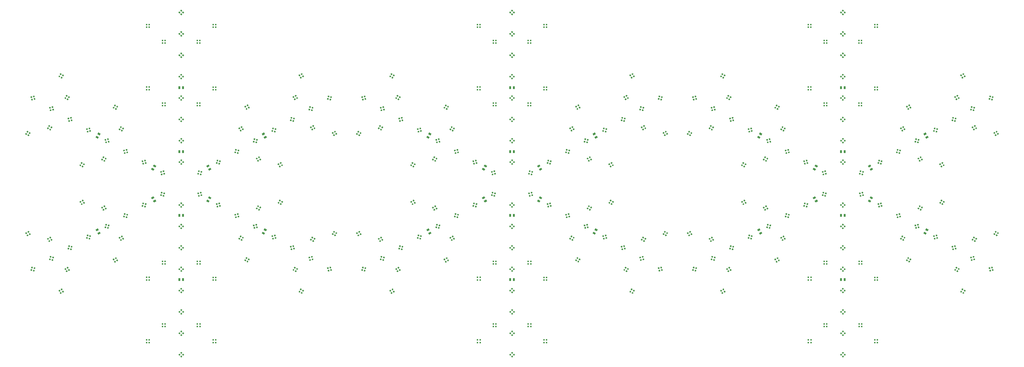
<source format=gbr>
G04 EAGLE Gerber RS-274X export*
G75*
%MOMM*%
%FSLAX34Y34*%
%LPD*%
%INSolderpaste Bottom*%
%IPPOS*%
%AMOC8*
5,1,8,0,0,1.08239X$1,22.5*%
G01*
%ADD10R,0.550000X0.550000*%
%ADD11R,0.550000X0.550000*%
%ADD12R,0.700000X1.000000*%


D10*
G36*
X608426Y722906D02*
X604537Y726795D01*
X608426Y730684D01*
X612315Y726795D01*
X608426Y722906D01*
G37*
G36*
X615144Y729623D02*
X611255Y733512D01*
X615144Y737401D01*
X619033Y733512D01*
X615144Y729623D01*
G37*
G36*
X608426Y736341D02*
X604537Y740230D01*
X608426Y744119D01*
X612315Y740230D01*
X608426Y736341D01*
G37*
G36*
X601709Y729623D02*
X597820Y733512D01*
X601709Y737401D01*
X605598Y733512D01*
X601709Y729623D01*
G37*
G36*
X608426Y644166D02*
X604537Y648055D01*
X608426Y651944D01*
X612315Y648055D01*
X608426Y644166D01*
G37*
G36*
X615144Y650883D02*
X611255Y654772D01*
X615144Y658661D01*
X619033Y654772D01*
X615144Y650883D01*
G37*
G36*
X608426Y657601D02*
X604537Y661490D01*
X608426Y665379D01*
X612315Y661490D01*
X608426Y657601D01*
G37*
G36*
X601709Y650883D02*
X597820Y654772D01*
X601709Y658661D01*
X605598Y654772D01*
X601709Y650883D01*
G37*
G36*
X608426Y565680D02*
X604537Y569569D01*
X608426Y573458D01*
X612315Y569569D01*
X608426Y565680D01*
G37*
G36*
X615144Y572397D02*
X611255Y576286D01*
X615144Y580175D01*
X619033Y576286D01*
X615144Y572397D01*
G37*
G36*
X608426Y579115D02*
X604537Y583004D01*
X608426Y586893D01*
X612315Y583004D01*
X608426Y579115D01*
G37*
G36*
X601709Y572397D02*
X597820Y576286D01*
X601709Y580175D01*
X605598Y576286D01*
X601709Y572397D01*
G37*
D11*
X539668Y516418D03*
X549168Y516418D03*
X549168Y525918D03*
X539668Y525918D03*
X481502Y457744D03*
X491002Y457744D03*
X491002Y467244D03*
X481502Y467244D03*
X677438Y516418D03*
X677438Y525918D03*
X667938Y525918D03*
X667938Y516418D03*
D12*
X601426Y695432D03*
X615426Y695432D03*
D11*
X735604Y457490D03*
X735604Y466990D03*
X726104Y466990D03*
X726104Y457490D03*
D10*
G36*
X608426Y486940D02*
X604537Y490829D01*
X608426Y494718D01*
X612315Y490829D01*
X608426Y486940D01*
G37*
G36*
X615144Y493657D02*
X611255Y497546D01*
X615144Y501435D01*
X619033Y497546D01*
X615144Y493657D01*
G37*
G36*
X608426Y500375D02*
X604537Y504264D01*
X608426Y508153D01*
X612315Y504264D01*
X608426Y500375D01*
G37*
G36*
X601709Y493657D02*
X597820Y497546D01*
X601709Y501435D01*
X605598Y497546D01*
X601709Y493657D01*
G37*
G36*
X608426Y408200D02*
X604537Y412089D01*
X608426Y415978D01*
X612315Y412089D01*
X608426Y408200D01*
G37*
G36*
X615144Y414917D02*
X611255Y418806D01*
X615144Y422695D01*
X619033Y418806D01*
X615144Y414917D01*
G37*
G36*
X608426Y421635D02*
X604537Y425524D01*
X608426Y429413D01*
X612315Y425524D01*
X608426Y421635D01*
G37*
G36*
X601709Y414917D02*
X597820Y418806D01*
X601709Y422695D01*
X605598Y418806D01*
X601709Y414917D01*
G37*
G36*
X608426Y329714D02*
X604537Y333603D01*
X608426Y337492D01*
X612315Y333603D01*
X608426Y329714D01*
G37*
G36*
X615144Y336431D02*
X611255Y340320D01*
X615144Y344209D01*
X619033Y340320D01*
X615144Y336431D01*
G37*
G36*
X608426Y343149D02*
X604537Y347038D01*
X608426Y350927D01*
X612315Y347038D01*
X608426Y343149D01*
G37*
G36*
X601709Y336431D02*
X597820Y340320D01*
X601709Y344209D01*
X605598Y340320D01*
X601709Y336431D01*
G37*
D11*
X539668Y286294D03*
X549168Y286294D03*
X549168Y295794D03*
X539668Y295794D03*
X481502Y227366D03*
X491002Y227366D03*
X491002Y236866D03*
X481502Y236866D03*
X677438Y286294D03*
X677438Y295794D03*
X667938Y295794D03*
X667938Y286294D03*
X735604Y227366D03*
X735604Y236866D03*
X726104Y236866D03*
X726104Y227366D03*
D12*
X601426Y459466D03*
X615426Y459466D03*
D10*
G36*
X608426Y250974D02*
X604537Y254863D01*
X608426Y258752D01*
X612315Y254863D01*
X608426Y250974D01*
G37*
G36*
X615144Y257691D02*
X611255Y261580D01*
X615144Y265469D01*
X619033Y261580D01*
X615144Y257691D01*
G37*
G36*
X608426Y264409D02*
X604537Y268298D01*
X608426Y272187D01*
X612315Y268298D01*
X608426Y264409D01*
G37*
G36*
X601709Y257691D02*
X597820Y261580D01*
X601709Y265469D01*
X605598Y261580D01*
X601709Y257691D01*
G37*
G36*
X608426Y172234D02*
X604537Y176123D01*
X608426Y180012D01*
X612315Y176123D01*
X608426Y172234D01*
G37*
G36*
X615144Y178951D02*
X611255Y182840D01*
X615144Y186729D01*
X619033Y182840D01*
X615144Y178951D01*
G37*
G36*
X608426Y185669D02*
X604537Y189558D01*
X608426Y193447D01*
X612315Y189558D01*
X608426Y185669D01*
G37*
G36*
X601709Y178951D02*
X597820Y182840D01*
X601709Y186729D01*
X605598Y182840D01*
X601709Y178951D01*
G37*
G36*
X530879Y767678D02*
X532303Y772990D01*
X537615Y771566D01*
X536191Y766254D01*
X530879Y767678D01*
G37*
G36*
X540055Y765219D02*
X541479Y770531D01*
X546791Y769107D01*
X545367Y763795D01*
X540055Y765219D01*
G37*
G36*
X542514Y774396D02*
X543938Y779708D01*
X549250Y778284D01*
X547826Y772972D01*
X542514Y774396D01*
G37*
G36*
X533337Y776854D02*
X534761Y782166D01*
X540073Y780742D01*
X538649Y775430D01*
X533337Y776854D01*
G37*
G36*
X462688Y728308D02*
X464112Y733620D01*
X469424Y732196D01*
X468000Y726884D01*
X462688Y728308D01*
G37*
G36*
X471864Y725849D02*
X473288Y731161D01*
X478600Y729737D01*
X477176Y724425D01*
X471864Y725849D01*
G37*
G36*
X474323Y735026D02*
X475747Y740338D01*
X481059Y738914D01*
X479635Y733602D01*
X474323Y735026D01*
G37*
G36*
X465147Y737484D02*
X466571Y742796D01*
X471883Y741372D01*
X470459Y736060D01*
X465147Y737484D01*
G37*
G36*
X394717Y689065D02*
X396141Y694377D01*
X401453Y692953D01*
X400029Y687641D01*
X394717Y689065D01*
G37*
G36*
X403893Y686606D02*
X405317Y691918D01*
X410629Y690494D01*
X409205Y685182D01*
X403893Y686606D01*
G37*
G36*
X406352Y695783D02*
X407776Y701095D01*
X413088Y699671D01*
X411664Y694359D01*
X406352Y695783D01*
G37*
G36*
X397176Y698241D02*
X398600Y703553D01*
X403912Y702129D01*
X402488Y696817D01*
X397176Y698241D01*
G37*
G36*
X313920Y724986D02*
X318682Y727736D01*
X321432Y722974D01*
X316670Y720224D01*
X313920Y724986D01*
G37*
G36*
X318670Y716759D02*
X323432Y719509D01*
X326182Y714747D01*
X321420Y711997D01*
X318670Y716759D01*
G37*
G36*
X326898Y721509D02*
X331660Y724259D01*
X334410Y719497D01*
X329648Y716747D01*
X326898Y721509D01*
G37*
G36*
X322148Y729736D02*
X326910Y732486D01*
X329660Y727724D01*
X324898Y724974D01*
X322148Y729736D01*
G37*
G36*
X234024Y746022D02*
X238786Y748772D01*
X241536Y744010D01*
X236774Y741260D01*
X234024Y746022D01*
G37*
G36*
X238774Y737795D02*
X243536Y740545D01*
X246286Y735783D01*
X241524Y733033D01*
X238774Y737795D01*
G37*
G36*
X247001Y742545D02*
X251763Y745295D01*
X254513Y740533D01*
X249751Y737783D01*
X247001Y742545D01*
G37*
G36*
X242251Y750772D02*
X247013Y753522D01*
X249763Y748760D01*
X245001Y746010D01*
X242251Y750772D01*
G37*
G36*
X385555Y600912D02*
X382805Y605674D01*
X387567Y608424D01*
X390317Y603662D01*
X385555Y600912D01*
G37*
G36*
X393783Y605662D02*
X391033Y610424D01*
X395795Y613174D01*
X398545Y608412D01*
X393783Y605662D01*
G37*
G36*
X389033Y613889D02*
X386283Y618651D01*
X391045Y621401D01*
X393795Y616639D01*
X389033Y613889D01*
G37*
G36*
X380805Y609139D02*
X378055Y613901D01*
X382817Y616651D01*
X385567Y611889D01*
X380805Y609139D01*
G37*
D12*
G36*
X506166Y765534D02*
X509666Y759472D01*
X501006Y754472D01*
X497506Y760534D01*
X506166Y765534D01*
G37*
G36*
X513166Y753410D02*
X516666Y747348D01*
X508006Y742348D01*
X504506Y748410D01*
X513166Y753410D01*
G37*
D10*
G36*
X363605Y521074D02*
X360855Y525836D01*
X365617Y528586D01*
X368367Y523824D01*
X363605Y521074D01*
G37*
G36*
X371832Y525824D02*
X369082Y530586D01*
X373844Y533336D01*
X376594Y528574D01*
X371832Y525824D01*
G37*
G36*
X367082Y534052D02*
X364332Y538814D01*
X369094Y541564D01*
X371844Y536802D01*
X367082Y534052D01*
G37*
G36*
X358855Y529302D02*
X356105Y534064D01*
X360867Y536814D01*
X363617Y532052D01*
X358855Y529302D01*
G37*
G36*
X326526Y649695D02*
X327950Y655007D01*
X333262Y653583D01*
X331838Y648271D01*
X326526Y649695D01*
G37*
G36*
X335702Y647236D02*
X337126Y652548D01*
X342438Y651124D01*
X341014Y645812D01*
X335702Y647236D01*
G37*
G36*
X338161Y656413D02*
X339585Y661725D01*
X344897Y660301D01*
X343473Y654989D01*
X338161Y656413D01*
G37*
G36*
X328985Y658871D02*
X330409Y664183D01*
X335721Y662759D01*
X334297Y657447D01*
X328985Y658871D01*
G37*
G36*
X258335Y610325D02*
X259759Y615637D01*
X265071Y614213D01*
X263647Y608901D01*
X258335Y610325D01*
G37*
G36*
X267512Y607866D02*
X268936Y613178D01*
X274248Y611754D01*
X272824Y606442D01*
X267512Y607866D01*
G37*
G36*
X269970Y617043D02*
X271394Y622355D01*
X276706Y620931D01*
X275282Y615619D01*
X269970Y617043D01*
G37*
G36*
X260794Y619501D02*
X262218Y624813D01*
X267530Y623389D01*
X266106Y618077D01*
X260794Y619501D01*
G37*
G36*
X190364Y571082D02*
X191788Y576394D01*
X197100Y574970D01*
X195676Y569658D01*
X190364Y571082D01*
G37*
G36*
X199541Y568623D02*
X200965Y573935D01*
X206277Y572511D01*
X204853Y567199D01*
X199541Y568623D01*
G37*
G36*
X202000Y577800D02*
X203424Y583112D01*
X208736Y581688D01*
X207312Y576376D01*
X202000Y577800D01*
G37*
G36*
X192823Y580258D02*
X194247Y585570D01*
X199559Y584146D01*
X198135Y578834D01*
X192823Y580258D01*
G37*
G36*
X114627Y609924D02*
X119389Y612674D01*
X122139Y607912D01*
X117377Y605162D01*
X114627Y609924D01*
G37*
G36*
X119377Y601697D02*
X124139Y604447D01*
X126889Y599685D01*
X122127Y596935D01*
X119377Y601697D01*
G37*
G36*
X127604Y606447D02*
X132366Y609197D01*
X135116Y604435D01*
X130354Y601685D01*
X127604Y606447D01*
G37*
G36*
X122854Y614674D02*
X127616Y617424D01*
X130366Y612662D01*
X125604Y609912D01*
X122854Y614674D01*
G37*
G36*
X34511Y630833D02*
X39273Y633583D01*
X42023Y628821D01*
X37261Y626071D01*
X34511Y630833D01*
G37*
G36*
X39261Y622606D02*
X44023Y625356D01*
X46773Y620594D01*
X42011Y617844D01*
X39261Y622606D01*
G37*
G36*
X47488Y627356D02*
X52250Y630106D01*
X55000Y625344D01*
X50238Y622594D01*
X47488Y627356D01*
G37*
G36*
X42738Y635583D02*
X47500Y638333D01*
X50250Y633571D01*
X45488Y630821D01*
X42738Y635583D01*
G37*
G36*
X186262Y485850D02*
X183512Y490612D01*
X188274Y493362D01*
X191024Y488600D01*
X186262Y485850D01*
G37*
G36*
X194489Y490600D02*
X191739Y495362D01*
X196501Y498112D01*
X199251Y493350D01*
X194489Y490600D01*
G37*
G36*
X189739Y498827D02*
X186989Y503589D01*
X191751Y506339D01*
X194501Y501577D01*
X189739Y498827D01*
G37*
G36*
X181512Y494077D02*
X178762Y498839D01*
X183524Y501589D01*
X186274Y496827D01*
X181512Y494077D01*
G37*
G36*
X164312Y406012D02*
X161562Y410774D01*
X166324Y413524D01*
X169074Y408762D01*
X164312Y406012D01*
G37*
G36*
X172539Y410762D02*
X169789Y415524D01*
X174551Y418274D01*
X177301Y413512D01*
X172539Y410762D01*
G37*
G36*
X167789Y418990D02*
X165039Y423752D01*
X169801Y426502D01*
X172551Y421740D01*
X167789Y418990D01*
G37*
G36*
X159562Y414240D02*
X156812Y419002D01*
X161574Y421752D01*
X164324Y416990D01*
X159562Y414240D01*
G37*
D12*
G36*
X301813Y647551D02*
X305313Y641489D01*
X296653Y636489D01*
X293153Y642551D01*
X301813Y647551D01*
G37*
G36*
X308813Y635427D02*
X312313Y629365D01*
X303653Y624365D01*
X300153Y630427D01*
X308813Y635427D01*
G37*
D10*
G36*
X122174Y531712D02*
X123598Y537024D01*
X128910Y535600D01*
X127486Y530288D01*
X122174Y531712D01*
G37*
G36*
X131350Y529253D02*
X132774Y534565D01*
X138086Y533141D01*
X136662Y527829D01*
X131350Y529253D01*
G37*
G36*
X133809Y538430D02*
X135233Y543742D01*
X140545Y542318D01*
X139121Y537006D01*
X133809Y538430D01*
G37*
G36*
X124632Y540888D02*
X126056Y546200D01*
X131368Y544776D01*
X129944Y539464D01*
X124632Y540888D01*
G37*
G36*
X53983Y492342D02*
X55407Y497654D01*
X60719Y496230D01*
X59295Y490918D01*
X53983Y492342D01*
G37*
G36*
X63159Y489883D02*
X64583Y495195D01*
X69895Y493771D01*
X68471Y488459D01*
X63159Y489883D01*
G37*
G36*
X65618Y499060D02*
X67042Y504372D01*
X72354Y502948D01*
X70930Y497636D01*
X65618Y499060D01*
G37*
G36*
X56442Y501518D02*
X57866Y506830D01*
X63178Y505406D01*
X61754Y500094D01*
X56442Y501518D01*
G37*
G36*
X530879Y857221D02*
X536191Y858645D01*
X537615Y853333D01*
X532303Y851909D01*
X530879Y857221D01*
G37*
G36*
X533337Y848045D02*
X538649Y849469D01*
X540073Y844157D01*
X534761Y842733D01*
X533337Y848045D01*
G37*
G36*
X542514Y850503D02*
X547826Y851927D01*
X549250Y846615D01*
X543938Y845191D01*
X542514Y850503D01*
G37*
G36*
X540055Y859680D02*
X545367Y861104D01*
X546791Y855792D01*
X541479Y854368D01*
X540055Y859680D01*
G37*
G36*
X462688Y896591D02*
X468000Y898015D01*
X469424Y892703D01*
X464112Y891279D01*
X462688Y896591D01*
G37*
G36*
X465147Y887415D02*
X470459Y888839D01*
X471883Y883527D01*
X466571Y882103D01*
X465147Y887415D01*
G37*
G36*
X474323Y889873D02*
X479635Y891297D01*
X481059Y885985D01*
X475747Y884561D01*
X474323Y889873D01*
G37*
G36*
X471864Y899050D02*
X477176Y900474D01*
X478600Y895162D01*
X473288Y893738D01*
X471864Y899050D01*
G37*
G36*
X394717Y935834D02*
X400029Y937258D01*
X401453Y931946D01*
X396141Y930522D01*
X394717Y935834D01*
G37*
G36*
X397176Y926658D02*
X402488Y928082D01*
X403912Y922770D01*
X398600Y921346D01*
X397176Y926658D01*
G37*
G36*
X406352Y929116D02*
X411664Y930540D01*
X413088Y925228D01*
X407776Y923804D01*
X406352Y929116D01*
G37*
G36*
X403893Y938293D02*
X409205Y939717D01*
X410629Y934405D01*
X405317Y932981D01*
X403893Y938293D01*
G37*
G36*
X385428Y1023767D02*
X390190Y1021017D01*
X387440Y1016255D01*
X382678Y1019005D01*
X385428Y1023767D01*
G37*
G36*
X380678Y1015540D02*
X385440Y1012790D01*
X382690Y1008028D01*
X377928Y1010778D01*
X380678Y1015540D01*
G37*
G36*
X388906Y1010790D02*
X393668Y1008040D01*
X390918Y1003278D01*
X386156Y1006028D01*
X388906Y1010790D01*
G37*
G36*
X393656Y1019017D02*
X398418Y1016267D01*
X395668Y1011505D01*
X390906Y1014255D01*
X393656Y1019017D01*
G37*
G36*
X363698Y1103478D02*
X368460Y1100728D01*
X365710Y1095966D01*
X360948Y1098716D01*
X363698Y1103478D01*
G37*
G36*
X358948Y1095250D02*
X363710Y1092500D01*
X360960Y1087738D01*
X356198Y1090488D01*
X358948Y1095250D01*
G37*
G36*
X367175Y1090500D02*
X371937Y1087750D01*
X369187Y1082988D01*
X364425Y1085738D01*
X367175Y1090500D01*
G37*
G36*
X371925Y1098728D02*
X376687Y1095978D01*
X373937Y1091216D01*
X369175Y1093966D01*
X371925Y1098728D01*
G37*
G36*
X313793Y899693D02*
X316543Y904455D01*
X321305Y901705D01*
X318555Y896943D01*
X313793Y899693D01*
G37*
G36*
X322021Y894943D02*
X324771Y899705D01*
X329533Y896955D01*
X326783Y892193D01*
X322021Y894943D01*
G37*
G36*
X326771Y903170D02*
X329521Y907932D01*
X334283Y905182D01*
X331533Y900420D01*
X326771Y903170D01*
G37*
G36*
X318543Y907920D02*
X321293Y912682D01*
X326055Y909932D01*
X323305Y905170D01*
X318543Y907920D01*
G37*
D12*
G36*
X516666Y877551D02*
X513166Y871489D01*
X504506Y876489D01*
X508006Y882551D01*
X516666Y877551D01*
G37*
G36*
X509666Y865427D02*
X506166Y859365D01*
X497506Y864365D01*
X501006Y870427D01*
X509666Y865427D01*
G37*
D10*
G36*
X233677Y878784D02*
X236427Y883546D01*
X241189Y880796D01*
X238439Y876034D01*
X233677Y878784D01*
G37*
G36*
X241904Y874034D02*
X244654Y878796D01*
X249416Y876046D01*
X246666Y871284D01*
X241904Y874034D01*
G37*
G36*
X246654Y882261D02*
X249404Y887023D01*
X254166Y884273D01*
X251416Y879511D01*
X246654Y882261D01*
G37*
G36*
X238427Y887011D02*
X241177Y891773D01*
X245939Y889023D01*
X243189Y884261D01*
X238427Y887011D01*
G37*
G36*
X326526Y975204D02*
X331838Y976628D01*
X333262Y971316D01*
X327950Y969892D01*
X326526Y975204D01*
G37*
G36*
X328985Y966028D02*
X334297Y967452D01*
X335721Y962140D01*
X330409Y960716D01*
X328985Y966028D01*
G37*
G36*
X338161Y968486D02*
X343473Y969910D01*
X344897Y964598D01*
X339585Y963174D01*
X338161Y968486D01*
G37*
G36*
X335702Y977663D02*
X341014Y979087D01*
X342438Y973775D01*
X337126Y972351D01*
X335702Y977663D01*
G37*
G36*
X258335Y1014574D02*
X263647Y1015998D01*
X265071Y1010686D01*
X259759Y1009262D01*
X258335Y1014574D01*
G37*
G36*
X260794Y1005398D02*
X266106Y1006822D01*
X267530Y1001510D01*
X262218Y1000086D01*
X260794Y1005398D01*
G37*
G36*
X269970Y1007856D02*
X275282Y1009280D01*
X276706Y1003968D01*
X271394Y1002544D01*
X269970Y1007856D01*
G37*
G36*
X267512Y1017033D02*
X272824Y1018457D01*
X274248Y1013145D01*
X268936Y1011721D01*
X267512Y1017033D01*
G37*
G36*
X190364Y1053817D02*
X195676Y1055241D01*
X197100Y1049929D01*
X191788Y1048505D01*
X190364Y1053817D01*
G37*
G36*
X192823Y1044641D02*
X198135Y1046065D01*
X199559Y1040753D01*
X194247Y1039329D01*
X192823Y1044641D01*
G37*
G36*
X201999Y1047099D02*
X207311Y1048523D01*
X208735Y1043211D01*
X203423Y1041787D01*
X201999Y1047099D01*
G37*
G36*
X199541Y1056276D02*
X204853Y1057700D01*
X206277Y1052388D01*
X200965Y1050964D01*
X199541Y1056276D01*
G37*
G36*
X186135Y1138829D02*
X190897Y1136079D01*
X188147Y1131317D01*
X183385Y1134067D01*
X186135Y1138829D01*
G37*
G36*
X181385Y1130602D02*
X186147Y1127852D01*
X183397Y1123090D01*
X178635Y1125840D01*
X181385Y1130602D01*
G37*
G36*
X189612Y1125852D02*
X194374Y1123102D01*
X191624Y1118340D01*
X186862Y1121090D01*
X189612Y1125852D01*
G37*
G36*
X194362Y1134079D02*
X199124Y1131329D01*
X196374Y1126567D01*
X191612Y1129317D01*
X194362Y1134079D01*
G37*
G36*
X164185Y1218667D02*
X168947Y1215917D01*
X166197Y1211155D01*
X161435Y1213905D01*
X164185Y1218667D01*
G37*
G36*
X159435Y1210439D02*
X164197Y1207689D01*
X161447Y1202927D01*
X156685Y1205677D01*
X159435Y1210439D01*
G37*
G36*
X167662Y1205689D02*
X172424Y1202939D01*
X169674Y1198177D01*
X164912Y1200927D01*
X167662Y1205689D01*
G37*
G36*
X172412Y1213917D02*
X177174Y1211167D01*
X174424Y1206405D01*
X169662Y1209155D01*
X172412Y1213917D01*
G37*
G36*
X114500Y1014755D02*
X117250Y1019517D01*
X122012Y1016767D01*
X119262Y1012005D01*
X114500Y1014755D01*
G37*
G36*
X122727Y1010005D02*
X125477Y1014767D01*
X130239Y1012017D01*
X127489Y1007255D01*
X122727Y1010005D01*
G37*
G36*
X127477Y1018232D02*
X130227Y1022994D01*
X134989Y1020244D01*
X132239Y1015482D01*
X127477Y1018232D01*
G37*
G36*
X119250Y1022982D02*
X122000Y1027744D01*
X126762Y1024994D01*
X124012Y1020232D01*
X119250Y1022982D01*
G37*
G36*
X34384Y993846D02*
X37134Y998608D01*
X41896Y995858D01*
X39146Y991096D01*
X34384Y993846D01*
G37*
G36*
X42611Y989096D02*
X45361Y993858D01*
X50123Y991108D01*
X47373Y986346D01*
X42611Y989096D01*
G37*
G36*
X47361Y997323D02*
X50111Y1002085D01*
X54873Y999335D01*
X52123Y994573D01*
X47361Y997323D01*
G37*
G36*
X39134Y1002073D02*
X41884Y1006835D01*
X46646Y1004085D01*
X43896Y999323D01*
X39134Y1002073D01*
G37*
D12*
G36*
X312313Y995534D02*
X308813Y989472D01*
X300153Y994472D01*
X303653Y1000534D01*
X312313Y995534D01*
G37*
G36*
X305313Y983410D02*
X301813Y977348D01*
X293153Y982348D01*
X296653Y988410D01*
X305313Y983410D01*
G37*
D10*
G36*
X122174Y1093187D02*
X127486Y1094611D01*
X128910Y1089299D01*
X123598Y1087875D01*
X122174Y1093187D01*
G37*
G36*
X124632Y1084011D02*
X129944Y1085435D01*
X131368Y1080123D01*
X126056Y1078699D01*
X124632Y1084011D01*
G37*
G36*
X133809Y1086469D02*
X139121Y1087893D01*
X140545Y1082581D01*
X135233Y1081157D01*
X133809Y1086469D01*
G37*
G36*
X131350Y1095646D02*
X136662Y1097070D01*
X138086Y1091758D01*
X132774Y1090334D01*
X131350Y1095646D01*
G37*
G36*
X53983Y1132557D02*
X59295Y1133981D01*
X60719Y1128669D01*
X55407Y1127245D01*
X53983Y1132557D01*
G37*
G36*
X56441Y1123381D02*
X61753Y1124805D01*
X63177Y1119493D01*
X57865Y1118069D01*
X56441Y1123381D01*
G37*
G36*
X65618Y1125839D02*
X70930Y1127263D01*
X72354Y1121951D01*
X67042Y1120527D01*
X65618Y1125839D01*
G37*
G36*
X63159Y1135016D02*
X68471Y1136440D01*
X69895Y1131128D01*
X64583Y1129704D01*
X63159Y1135016D01*
G37*
G36*
X608426Y901993D02*
X612315Y898104D01*
X608426Y894215D01*
X604537Y898104D01*
X608426Y901993D01*
G37*
G36*
X601709Y895276D02*
X605598Y891387D01*
X601709Y887498D01*
X597820Y891387D01*
X601709Y895276D01*
G37*
G36*
X608426Y888558D02*
X612315Y884669D01*
X608426Y880780D01*
X604537Y884669D01*
X608426Y888558D01*
G37*
G36*
X615144Y895276D02*
X619033Y891387D01*
X615144Y887498D01*
X611255Y891387D01*
X615144Y895276D01*
G37*
G36*
X608426Y980733D02*
X612315Y976844D01*
X608426Y972955D01*
X604537Y976844D01*
X608426Y980733D01*
G37*
G36*
X601709Y974016D02*
X605598Y970127D01*
X601709Y966238D01*
X597820Y970127D01*
X601709Y974016D01*
G37*
G36*
X608426Y967298D02*
X612315Y963409D01*
X608426Y959520D01*
X604537Y963409D01*
X608426Y967298D01*
G37*
G36*
X615144Y974016D02*
X619033Y970127D01*
X615144Y966238D01*
X611255Y970127D01*
X615144Y974016D01*
G37*
G36*
X608426Y1059219D02*
X612315Y1055330D01*
X608426Y1051441D01*
X604537Y1055330D01*
X608426Y1059219D01*
G37*
G36*
X601709Y1052502D02*
X605598Y1048613D01*
X601709Y1044724D01*
X597820Y1048613D01*
X601709Y1052502D01*
G37*
G36*
X608426Y1045784D02*
X612315Y1041895D01*
X608426Y1038006D01*
X604537Y1041895D01*
X608426Y1045784D01*
G37*
G36*
X615144Y1052502D02*
X619033Y1048613D01*
X615144Y1044724D01*
X611255Y1048613D01*
X615144Y1052502D01*
G37*
D11*
X677184Y1108481D03*
X667684Y1108481D03*
X667684Y1098981D03*
X677184Y1098981D03*
X735350Y1167155D03*
X725850Y1167155D03*
X725850Y1157655D03*
X735350Y1157655D03*
X539414Y1108481D03*
X539414Y1098981D03*
X548914Y1098981D03*
X548914Y1108481D03*
D12*
X615426Y929467D03*
X601426Y929467D03*
D11*
X481248Y1167409D03*
X481248Y1157909D03*
X490748Y1157909D03*
X490748Y1167409D03*
D10*
G36*
X608426Y1137959D02*
X612315Y1134070D01*
X608426Y1130181D01*
X604537Y1134070D01*
X608426Y1137959D01*
G37*
G36*
X601709Y1131242D02*
X605598Y1127353D01*
X601709Y1123464D01*
X597820Y1127353D01*
X601709Y1131242D01*
G37*
G36*
X608426Y1124524D02*
X612315Y1120635D01*
X608426Y1116746D01*
X604537Y1120635D01*
X608426Y1124524D01*
G37*
G36*
X615144Y1131242D02*
X619033Y1127353D01*
X615144Y1123464D01*
X611255Y1127353D01*
X615144Y1131242D01*
G37*
G36*
X608426Y1216699D02*
X612315Y1212810D01*
X608426Y1208921D01*
X604537Y1212810D01*
X608426Y1216699D01*
G37*
G36*
X601709Y1209982D02*
X605598Y1206093D01*
X601709Y1202204D01*
X597820Y1206093D01*
X601709Y1209982D01*
G37*
G36*
X608426Y1203264D02*
X612315Y1199375D01*
X608426Y1195486D01*
X604537Y1199375D01*
X608426Y1203264D01*
G37*
G36*
X615144Y1209982D02*
X619033Y1206093D01*
X615144Y1202204D01*
X611255Y1206093D01*
X615144Y1209982D01*
G37*
G36*
X608426Y1295185D02*
X612315Y1291296D01*
X608426Y1287407D01*
X604537Y1291296D01*
X608426Y1295185D01*
G37*
G36*
X601709Y1288468D02*
X605598Y1284579D01*
X601709Y1280690D01*
X597820Y1284579D01*
X601709Y1288468D01*
G37*
G36*
X608426Y1281750D02*
X612315Y1277861D01*
X608426Y1273972D01*
X604537Y1277861D01*
X608426Y1281750D01*
G37*
G36*
X615144Y1288468D02*
X619033Y1284579D01*
X615144Y1280690D01*
X611255Y1284579D01*
X615144Y1288468D01*
G37*
D11*
X677184Y1338605D03*
X667684Y1338605D03*
X667684Y1329105D03*
X677184Y1329105D03*
X735350Y1397533D03*
X725850Y1397533D03*
X725850Y1388033D03*
X735350Y1388033D03*
X539414Y1338605D03*
X539414Y1329105D03*
X548914Y1329105D03*
X548914Y1338605D03*
X481248Y1397533D03*
X481248Y1388033D03*
X490748Y1388033D03*
X490748Y1397533D03*
D12*
X615426Y1165433D03*
X601426Y1165433D03*
D10*
G36*
X608426Y1373925D02*
X612315Y1370036D01*
X608426Y1366147D01*
X604537Y1370036D01*
X608426Y1373925D01*
G37*
G36*
X601709Y1367208D02*
X605598Y1363319D01*
X601709Y1359430D01*
X597820Y1363319D01*
X601709Y1367208D01*
G37*
G36*
X608426Y1360490D02*
X612315Y1356601D01*
X608426Y1352712D01*
X604537Y1356601D01*
X608426Y1360490D01*
G37*
G36*
X615144Y1367208D02*
X619033Y1363319D01*
X615144Y1359430D01*
X611255Y1363319D01*
X615144Y1367208D01*
G37*
G36*
X608426Y1452665D02*
X612315Y1448776D01*
X608426Y1444887D01*
X604537Y1448776D01*
X608426Y1452665D01*
G37*
G36*
X601709Y1445948D02*
X605598Y1442059D01*
X601709Y1438170D01*
X597820Y1442059D01*
X601709Y1445948D01*
G37*
G36*
X608426Y1439230D02*
X612315Y1435341D01*
X608426Y1431452D01*
X604537Y1435341D01*
X608426Y1439230D01*
G37*
G36*
X615144Y1445948D02*
X619033Y1442059D01*
X615144Y1438170D01*
X611255Y1442059D01*
X615144Y1445948D01*
G37*
G36*
X685973Y857221D02*
X684549Y851909D01*
X679237Y853333D01*
X680661Y858645D01*
X685973Y857221D01*
G37*
G36*
X676797Y859680D02*
X675373Y854368D01*
X670061Y855792D01*
X671485Y861104D01*
X676797Y859680D01*
G37*
G36*
X674338Y850503D02*
X672914Y845191D01*
X667602Y846615D01*
X669026Y851927D01*
X674338Y850503D01*
G37*
G36*
X683515Y848045D02*
X682091Y842733D01*
X676779Y844157D01*
X678203Y849469D01*
X683515Y848045D01*
G37*
G36*
X754164Y896591D02*
X752740Y891279D01*
X747428Y892703D01*
X748852Y898015D01*
X754164Y896591D01*
G37*
G36*
X744988Y899050D02*
X743564Y893738D01*
X738252Y895162D01*
X739676Y900474D01*
X744988Y899050D01*
G37*
G36*
X742529Y889873D02*
X741105Y884561D01*
X735793Y885985D01*
X737217Y891297D01*
X742529Y889873D01*
G37*
G36*
X751706Y887415D02*
X750282Y882103D01*
X744970Y883527D01*
X746394Y888839D01*
X751706Y887415D01*
G37*
G36*
X822135Y935834D02*
X820711Y930522D01*
X815399Y931946D01*
X816823Y937258D01*
X822135Y935834D01*
G37*
G36*
X812959Y938293D02*
X811535Y932981D01*
X806223Y934405D01*
X807647Y939717D01*
X812959Y938293D01*
G37*
G36*
X810500Y929116D02*
X809076Y923804D01*
X803764Y925228D01*
X805188Y930540D01*
X810500Y929116D01*
G37*
G36*
X819676Y926658D02*
X818252Y921346D01*
X812940Y922770D01*
X814364Y928082D01*
X819676Y926658D01*
G37*
G36*
X902932Y899913D02*
X898170Y897163D01*
X895420Y901925D01*
X900182Y904675D01*
X902932Y899913D01*
G37*
G36*
X898182Y908140D02*
X893420Y905390D01*
X890670Y910152D01*
X895432Y912902D01*
X898182Y908140D01*
G37*
G36*
X889955Y903390D02*
X885193Y900640D01*
X882443Y905402D01*
X887205Y908152D01*
X889955Y903390D01*
G37*
G36*
X894705Y895163D02*
X889943Y892413D01*
X887193Y897175D01*
X891955Y899925D01*
X894705Y895163D01*
G37*
G36*
X982828Y878877D02*
X978066Y876127D01*
X975316Y880889D01*
X980078Y883639D01*
X982828Y878877D01*
G37*
G36*
X978078Y887104D02*
X973316Y884354D01*
X970566Y889116D01*
X975328Y891866D01*
X978078Y887104D01*
G37*
G36*
X969851Y882354D02*
X965089Y879604D01*
X962339Y884366D01*
X967101Y887116D01*
X969851Y882354D01*
G37*
G36*
X974601Y874127D02*
X969839Y871377D01*
X967089Y876139D01*
X971851Y878889D01*
X974601Y874127D01*
G37*
G36*
X831297Y1023987D02*
X834047Y1019225D01*
X829285Y1016475D01*
X826535Y1021237D01*
X831297Y1023987D01*
G37*
G36*
X823070Y1019237D02*
X825820Y1014475D01*
X821058Y1011725D01*
X818308Y1016487D01*
X823070Y1019237D01*
G37*
G36*
X827820Y1011010D02*
X830570Y1006248D01*
X825808Y1003498D01*
X823058Y1008260D01*
X827820Y1011010D01*
G37*
G36*
X836047Y1015760D02*
X838797Y1010998D01*
X834035Y1008248D01*
X831285Y1013010D01*
X836047Y1015760D01*
G37*
D12*
G36*
X710686Y859365D02*
X707186Y865427D01*
X715846Y870427D01*
X719346Y864365D01*
X710686Y859365D01*
G37*
G36*
X703686Y871489D02*
X700186Y877551D01*
X708846Y882551D01*
X712346Y876489D01*
X703686Y871489D01*
G37*
D10*
G36*
X853247Y1103825D02*
X855997Y1099063D01*
X851235Y1096313D01*
X848485Y1101075D01*
X853247Y1103825D01*
G37*
G36*
X845020Y1099075D02*
X847770Y1094313D01*
X843008Y1091563D01*
X840258Y1096325D01*
X845020Y1099075D01*
G37*
G36*
X849770Y1090847D02*
X852520Y1086085D01*
X847758Y1083335D01*
X845008Y1088097D01*
X849770Y1090847D01*
G37*
G36*
X857997Y1095597D02*
X860747Y1090835D01*
X855985Y1088085D01*
X853235Y1092847D01*
X857997Y1095597D01*
G37*
G36*
X890326Y975204D02*
X888902Y969892D01*
X883590Y971316D01*
X885014Y976628D01*
X890326Y975204D01*
G37*
G36*
X881150Y977663D02*
X879726Y972351D01*
X874414Y973775D01*
X875838Y979087D01*
X881150Y977663D01*
G37*
G36*
X878691Y968486D02*
X877267Y963174D01*
X871955Y964598D01*
X873379Y969910D01*
X878691Y968486D01*
G37*
G36*
X887867Y966028D02*
X886443Y960716D01*
X881131Y962140D01*
X882555Y967452D01*
X887867Y966028D01*
G37*
G36*
X958517Y1014574D02*
X957093Y1009262D01*
X951781Y1010686D01*
X953205Y1015998D01*
X958517Y1014574D01*
G37*
G36*
X949341Y1017033D02*
X947917Y1011721D01*
X942605Y1013145D01*
X944029Y1018457D01*
X949341Y1017033D01*
G37*
G36*
X946882Y1007856D02*
X945458Y1002544D01*
X940146Y1003968D01*
X941570Y1009280D01*
X946882Y1007856D01*
G37*
G36*
X956058Y1005398D02*
X954634Y1000086D01*
X949322Y1001510D01*
X950746Y1006822D01*
X956058Y1005398D01*
G37*
G36*
X1026488Y1053817D02*
X1025064Y1048505D01*
X1019752Y1049929D01*
X1021176Y1055241D01*
X1026488Y1053817D01*
G37*
G36*
X1017311Y1056276D02*
X1015887Y1050964D01*
X1010575Y1052388D01*
X1011999Y1057700D01*
X1017311Y1056276D01*
G37*
G36*
X1014853Y1047099D02*
X1013429Y1041787D01*
X1008117Y1043211D01*
X1009541Y1048523D01*
X1014853Y1047099D01*
G37*
G36*
X1024029Y1044641D02*
X1022605Y1039329D01*
X1017293Y1040753D01*
X1018717Y1046065D01*
X1024029Y1044641D01*
G37*
G36*
X1102225Y1014975D02*
X1097463Y1012225D01*
X1094713Y1016987D01*
X1099475Y1019737D01*
X1102225Y1014975D01*
G37*
G36*
X1097475Y1023202D02*
X1092713Y1020452D01*
X1089963Y1025214D01*
X1094725Y1027964D01*
X1097475Y1023202D01*
G37*
G36*
X1089248Y1018452D02*
X1084486Y1015702D01*
X1081736Y1020464D01*
X1086498Y1023214D01*
X1089248Y1018452D01*
G37*
G36*
X1093998Y1010225D02*
X1089236Y1007475D01*
X1086486Y1012237D01*
X1091248Y1014987D01*
X1093998Y1010225D01*
G37*
G36*
X1182341Y994066D02*
X1177579Y991316D01*
X1174829Y996078D01*
X1179591Y998828D01*
X1182341Y994066D01*
G37*
G36*
X1177591Y1002293D02*
X1172829Y999543D01*
X1170079Y1004305D01*
X1174841Y1007055D01*
X1177591Y1002293D01*
G37*
G36*
X1169364Y997543D02*
X1164602Y994793D01*
X1161852Y999555D01*
X1166614Y1002305D01*
X1169364Y997543D01*
G37*
G36*
X1174114Y989316D02*
X1169352Y986566D01*
X1166602Y991328D01*
X1171364Y994078D01*
X1174114Y989316D01*
G37*
G36*
X1030590Y1139049D02*
X1033340Y1134287D01*
X1028578Y1131537D01*
X1025828Y1136299D01*
X1030590Y1139049D01*
G37*
G36*
X1022363Y1134299D02*
X1025113Y1129537D01*
X1020351Y1126787D01*
X1017601Y1131549D01*
X1022363Y1134299D01*
G37*
G36*
X1027113Y1126072D02*
X1029863Y1121310D01*
X1025101Y1118560D01*
X1022351Y1123322D01*
X1027113Y1126072D01*
G37*
G36*
X1035340Y1130822D02*
X1038090Y1126060D01*
X1033328Y1123310D01*
X1030578Y1128072D01*
X1035340Y1130822D01*
G37*
G36*
X1052540Y1218887D02*
X1055290Y1214125D01*
X1050528Y1211375D01*
X1047778Y1216137D01*
X1052540Y1218887D01*
G37*
G36*
X1044313Y1214137D02*
X1047063Y1209375D01*
X1042301Y1206625D01*
X1039551Y1211387D01*
X1044313Y1214137D01*
G37*
G36*
X1049063Y1205909D02*
X1051813Y1201147D01*
X1047051Y1198397D01*
X1044301Y1203159D01*
X1049063Y1205909D01*
G37*
G36*
X1057290Y1210659D02*
X1060040Y1205897D01*
X1055278Y1203147D01*
X1052528Y1207909D01*
X1057290Y1210659D01*
G37*
D12*
G36*
X915039Y977348D02*
X911539Y983410D01*
X920199Y988410D01*
X923699Y982348D01*
X915039Y977348D01*
G37*
G36*
X908039Y989472D02*
X904539Y995534D01*
X913199Y1000534D01*
X916699Y994472D01*
X908039Y989472D01*
G37*
D10*
G36*
X1094679Y1093187D02*
X1093255Y1087875D01*
X1087943Y1089299D01*
X1089367Y1094611D01*
X1094679Y1093187D01*
G37*
G36*
X1085502Y1095646D02*
X1084078Y1090334D01*
X1078766Y1091758D01*
X1080190Y1097070D01*
X1085502Y1095646D01*
G37*
G36*
X1083043Y1086469D02*
X1081619Y1081157D01*
X1076307Y1082581D01*
X1077731Y1087893D01*
X1083043Y1086469D01*
G37*
G36*
X1092220Y1084011D02*
X1090796Y1078699D01*
X1085484Y1080123D01*
X1086908Y1085435D01*
X1092220Y1084011D01*
G37*
G36*
X1162869Y1132557D02*
X1161445Y1127245D01*
X1156133Y1128669D01*
X1157557Y1133981D01*
X1162869Y1132557D01*
G37*
G36*
X1153693Y1135016D02*
X1152269Y1129704D01*
X1146957Y1131128D01*
X1148381Y1136440D01*
X1153693Y1135016D01*
G37*
G36*
X1151234Y1125839D02*
X1149810Y1120527D01*
X1144498Y1121951D01*
X1145922Y1127263D01*
X1151234Y1125839D01*
G37*
G36*
X1160411Y1123381D02*
X1158987Y1118069D01*
X1153675Y1119493D01*
X1155099Y1124805D01*
X1160411Y1123381D01*
G37*
G36*
X685973Y767678D02*
X680661Y766254D01*
X679237Y771566D01*
X684549Y772990D01*
X685973Y767678D01*
G37*
G36*
X683515Y776854D02*
X678203Y775430D01*
X676779Y780742D01*
X682091Y782166D01*
X683515Y776854D01*
G37*
G36*
X674338Y774396D02*
X669026Y772972D01*
X667602Y778284D01*
X672914Y779708D01*
X674338Y774396D01*
G37*
G36*
X676797Y765219D02*
X671485Y763795D01*
X670061Y769107D01*
X675373Y770531D01*
X676797Y765219D01*
G37*
G36*
X754164Y728308D02*
X748852Y726884D01*
X747428Y732196D01*
X752740Y733620D01*
X754164Y728308D01*
G37*
G36*
X751706Y737484D02*
X746394Y736060D01*
X744970Y741372D01*
X750282Y742796D01*
X751706Y737484D01*
G37*
G36*
X742529Y735026D02*
X737217Y733602D01*
X735793Y738914D01*
X741105Y740338D01*
X742529Y735026D01*
G37*
G36*
X744988Y725849D02*
X739676Y724425D01*
X738252Y729737D01*
X743564Y731161D01*
X744988Y725849D01*
G37*
G36*
X822135Y689065D02*
X816823Y687641D01*
X815399Y692953D01*
X820711Y694377D01*
X822135Y689065D01*
G37*
G36*
X819676Y698241D02*
X814364Y696817D01*
X812940Y702129D01*
X818252Y703553D01*
X819676Y698241D01*
G37*
G36*
X810500Y695783D02*
X805188Y694359D01*
X803764Y699671D01*
X809076Y701095D01*
X810500Y695783D01*
G37*
G36*
X812959Y686606D02*
X807647Y685182D01*
X806223Y690494D01*
X811535Y691918D01*
X812959Y686606D01*
G37*
G36*
X831424Y601132D02*
X826662Y603882D01*
X829412Y608644D01*
X834174Y605894D01*
X831424Y601132D01*
G37*
G36*
X836174Y609359D02*
X831412Y612109D01*
X834162Y616871D01*
X838924Y614121D01*
X836174Y609359D01*
G37*
G36*
X827947Y614109D02*
X823185Y616859D01*
X825935Y621621D01*
X830697Y618871D01*
X827947Y614109D01*
G37*
G36*
X823197Y605882D02*
X818435Y608632D01*
X821185Y613394D01*
X825947Y610644D01*
X823197Y605882D01*
G37*
G36*
X853154Y521421D02*
X848392Y524171D01*
X851142Y528933D01*
X855904Y526183D01*
X853154Y521421D01*
G37*
G36*
X857904Y529649D02*
X853142Y532399D01*
X855892Y537161D01*
X860654Y534411D01*
X857904Y529649D01*
G37*
G36*
X849677Y534399D02*
X844915Y537149D01*
X847665Y541911D01*
X852427Y539161D01*
X849677Y534399D01*
G37*
G36*
X844927Y526171D02*
X840165Y528921D01*
X842915Y533683D01*
X847677Y530933D01*
X844927Y526171D01*
G37*
G36*
X903059Y725206D02*
X900309Y720444D01*
X895547Y723194D01*
X898297Y727956D01*
X903059Y725206D01*
G37*
G36*
X894832Y729956D02*
X892082Y725194D01*
X887320Y727944D01*
X890070Y732706D01*
X894832Y729956D01*
G37*
G36*
X890082Y721729D02*
X887332Y716967D01*
X882570Y719717D01*
X885320Y724479D01*
X890082Y721729D01*
G37*
G36*
X898309Y716979D02*
X895559Y712217D01*
X890797Y714967D01*
X893547Y719729D01*
X898309Y716979D01*
G37*
D12*
G36*
X700186Y747348D02*
X703686Y753410D01*
X712346Y748410D01*
X708846Y742348D01*
X700186Y747348D01*
G37*
G36*
X707186Y759472D02*
X710686Y765534D01*
X719346Y760534D01*
X715846Y754472D01*
X707186Y759472D01*
G37*
D10*
G36*
X983175Y746115D02*
X980425Y741353D01*
X975663Y744103D01*
X978413Y748865D01*
X983175Y746115D01*
G37*
G36*
X974948Y750865D02*
X972198Y746103D01*
X967436Y748853D01*
X970186Y753615D01*
X974948Y750865D01*
G37*
G36*
X970198Y742638D02*
X967448Y737876D01*
X962686Y740626D01*
X965436Y745388D01*
X970198Y742638D01*
G37*
G36*
X978425Y737888D02*
X975675Y733126D01*
X970913Y735876D01*
X973663Y740638D01*
X978425Y737888D01*
G37*
G36*
X890326Y649695D02*
X885014Y648271D01*
X883590Y653583D01*
X888902Y655007D01*
X890326Y649695D01*
G37*
G36*
X887867Y658871D02*
X882555Y657447D01*
X881131Y662759D01*
X886443Y664183D01*
X887867Y658871D01*
G37*
G36*
X878691Y656413D02*
X873379Y654989D01*
X871955Y660301D01*
X877267Y661725D01*
X878691Y656413D01*
G37*
G36*
X881150Y647236D02*
X875838Y645812D01*
X874414Y651124D01*
X879726Y652548D01*
X881150Y647236D01*
G37*
G36*
X958517Y610325D02*
X953205Y608901D01*
X951781Y614213D01*
X957093Y615637D01*
X958517Y610325D01*
G37*
G36*
X956058Y619501D02*
X950746Y618077D01*
X949322Y623389D01*
X954634Y624813D01*
X956058Y619501D01*
G37*
G36*
X946882Y617043D02*
X941570Y615619D01*
X940146Y620931D01*
X945458Y622355D01*
X946882Y617043D01*
G37*
G36*
X949341Y607866D02*
X944029Y606442D01*
X942605Y611754D01*
X947917Y613178D01*
X949341Y607866D01*
G37*
G36*
X1026488Y571082D02*
X1021176Y569658D01*
X1019752Y574970D01*
X1025064Y576394D01*
X1026488Y571082D01*
G37*
G36*
X1024029Y580258D02*
X1018717Y578834D01*
X1017293Y584146D01*
X1022605Y585570D01*
X1024029Y580258D01*
G37*
G36*
X1014853Y577800D02*
X1009541Y576376D01*
X1008117Y581688D01*
X1013429Y583112D01*
X1014853Y577800D01*
G37*
G36*
X1017311Y568623D02*
X1011999Y567199D01*
X1010575Y572511D01*
X1015887Y573935D01*
X1017311Y568623D01*
G37*
G36*
X1030717Y486070D02*
X1025955Y488820D01*
X1028705Y493582D01*
X1033467Y490832D01*
X1030717Y486070D01*
G37*
G36*
X1035467Y494297D02*
X1030705Y497047D01*
X1033455Y501809D01*
X1038217Y499059D01*
X1035467Y494297D01*
G37*
G36*
X1027240Y499047D02*
X1022478Y501797D01*
X1025228Y506559D01*
X1029990Y503809D01*
X1027240Y499047D01*
G37*
G36*
X1022490Y490820D02*
X1017728Y493570D01*
X1020478Y498332D01*
X1025240Y495582D01*
X1022490Y490820D01*
G37*
G36*
X1052667Y406232D02*
X1047905Y408982D01*
X1050655Y413744D01*
X1055417Y410994D01*
X1052667Y406232D01*
G37*
G36*
X1057417Y414460D02*
X1052655Y417210D01*
X1055405Y421972D01*
X1060167Y419222D01*
X1057417Y414460D01*
G37*
G36*
X1049190Y419210D02*
X1044428Y421960D01*
X1047178Y426722D01*
X1051940Y423972D01*
X1049190Y419210D01*
G37*
G36*
X1044440Y410982D02*
X1039678Y413732D01*
X1042428Y418494D01*
X1047190Y415744D01*
X1044440Y410982D01*
G37*
G36*
X1102352Y610144D02*
X1099602Y605382D01*
X1094840Y608132D01*
X1097590Y612894D01*
X1102352Y610144D01*
G37*
G36*
X1094125Y614894D02*
X1091375Y610132D01*
X1086613Y612882D01*
X1089363Y617644D01*
X1094125Y614894D01*
G37*
G36*
X1089375Y606667D02*
X1086625Y601905D01*
X1081863Y604655D01*
X1084613Y609417D01*
X1089375Y606667D01*
G37*
G36*
X1097602Y601917D02*
X1094852Y597155D01*
X1090090Y599905D01*
X1092840Y604667D01*
X1097602Y601917D01*
G37*
G36*
X1182468Y631053D02*
X1179718Y626291D01*
X1174956Y629041D01*
X1177706Y633803D01*
X1182468Y631053D01*
G37*
G36*
X1174241Y635803D02*
X1171491Y631041D01*
X1166729Y633791D01*
X1169479Y638553D01*
X1174241Y635803D01*
G37*
G36*
X1169491Y627576D02*
X1166741Y622814D01*
X1161979Y625564D01*
X1164729Y630326D01*
X1169491Y627576D01*
G37*
G36*
X1177718Y622826D02*
X1174968Y618064D01*
X1170206Y620814D01*
X1172956Y625576D01*
X1177718Y622826D01*
G37*
D12*
G36*
X904539Y629365D02*
X908039Y635427D01*
X916699Y630427D01*
X913199Y624365D01*
X904539Y629365D01*
G37*
G36*
X911539Y641489D02*
X915039Y647551D01*
X923699Y642551D01*
X920199Y636489D01*
X911539Y641489D01*
G37*
D10*
G36*
X1094679Y531712D02*
X1089367Y530288D01*
X1087943Y535600D01*
X1093255Y537024D01*
X1094679Y531712D01*
G37*
G36*
X1092220Y540888D02*
X1086908Y539464D01*
X1085484Y544776D01*
X1090796Y546200D01*
X1092220Y540888D01*
G37*
G36*
X1083043Y538430D02*
X1077731Y537006D01*
X1076307Y542318D01*
X1081619Y543742D01*
X1083043Y538430D01*
G37*
G36*
X1085502Y529253D02*
X1080190Y527829D01*
X1078766Y533141D01*
X1084078Y534565D01*
X1085502Y529253D01*
G37*
G36*
X1162869Y492342D02*
X1157557Y490918D01*
X1156133Y496230D01*
X1161445Y497654D01*
X1162869Y492342D01*
G37*
G36*
X1160411Y501518D02*
X1155099Y500094D01*
X1153675Y505406D01*
X1158987Y506830D01*
X1160411Y501518D01*
G37*
G36*
X1151234Y499060D02*
X1145922Y497636D01*
X1144498Y502948D01*
X1149810Y504372D01*
X1151234Y499060D01*
G37*
G36*
X1153693Y489883D02*
X1148381Y488459D01*
X1146957Y493771D01*
X1152269Y495195D01*
X1153693Y489883D01*
G37*
G36*
X1825104Y722906D02*
X1821215Y726795D01*
X1825104Y730684D01*
X1828993Y726795D01*
X1825104Y722906D01*
G37*
G36*
X1831822Y729623D02*
X1827933Y733512D01*
X1831822Y737401D01*
X1835711Y733512D01*
X1831822Y729623D01*
G37*
G36*
X1825104Y736341D02*
X1821215Y740230D01*
X1825104Y744119D01*
X1828993Y740230D01*
X1825104Y736341D01*
G37*
G36*
X1818387Y729623D02*
X1814498Y733512D01*
X1818387Y737401D01*
X1822276Y733512D01*
X1818387Y729623D01*
G37*
G36*
X1825104Y644166D02*
X1821215Y648055D01*
X1825104Y651944D01*
X1828993Y648055D01*
X1825104Y644166D01*
G37*
G36*
X1831822Y650883D02*
X1827933Y654772D01*
X1831822Y658661D01*
X1835711Y654772D01*
X1831822Y650883D01*
G37*
G36*
X1825104Y657601D02*
X1821215Y661490D01*
X1825104Y665379D01*
X1828993Y661490D01*
X1825104Y657601D01*
G37*
G36*
X1818387Y650883D02*
X1814498Y654772D01*
X1818387Y658661D01*
X1822276Y654772D01*
X1818387Y650883D01*
G37*
G36*
X1825104Y565680D02*
X1821215Y569569D01*
X1825104Y573458D01*
X1828993Y569569D01*
X1825104Y565680D01*
G37*
G36*
X1831822Y572397D02*
X1827933Y576286D01*
X1831822Y580175D01*
X1835711Y576286D01*
X1831822Y572397D01*
G37*
G36*
X1825104Y579115D02*
X1821215Y583004D01*
X1825104Y586893D01*
X1828993Y583004D01*
X1825104Y579115D01*
G37*
G36*
X1818387Y572397D02*
X1814498Y576286D01*
X1818387Y580175D01*
X1822276Y576286D01*
X1818387Y572397D01*
G37*
D11*
X1756346Y516418D03*
X1765846Y516418D03*
X1765846Y525918D03*
X1756346Y525918D03*
X1698180Y457744D03*
X1707680Y457744D03*
X1707680Y467244D03*
X1698180Y467244D03*
X1894116Y516418D03*
X1894116Y525918D03*
X1884616Y525918D03*
X1884616Y516418D03*
D12*
X1818104Y695432D03*
X1832104Y695432D03*
D11*
X1952282Y457490D03*
X1952282Y466990D03*
X1942782Y466990D03*
X1942782Y457490D03*
D10*
G36*
X1825104Y486940D02*
X1821215Y490829D01*
X1825104Y494718D01*
X1828993Y490829D01*
X1825104Y486940D01*
G37*
G36*
X1831822Y493657D02*
X1827933Y497546D01*
X1831822Y501435D01*
X1835711Y497546D01*
X1831822Y493657D01*
G37*
G36*
X1825104Y500375D02*
X1821215Y504264D01*
X1825104Y508153D01*
X1828993Y504264D01*
X1825104Y500375D01*
G37*
G36*
X1818387Y493657D02*
X1814498Y497546D01*
X1818387Y501435D01*
X1822276Y497546D01*
X1818387Y493657D01*
G37*
G36*
X1825104Y408200D02*
X1821215Y412089D01*
X1825104Y415978D01*
X1828993Y412089D01*
X1825104Y408200D01*
G37*
G36*
X1831822Y414917D02*
X1827933Y418806D01*
X1831822Y422695D01*
X1835711Y418806D01*
X1831822Y414917D01*
G37*
G36*
X1825104Y421635D02*
X1821215Y425524D01*
X1825104Y429413D01*
X1828993Y425524D01*
X1825104Y421635D01*
G37*
G36*
X1818387Y414917D02*
X1814498Y418806D01*
X1818387Y422695D01*
X1822276Y418806D01*
X1818387Y414917D01*
G37*
G36*
X1825104Y329714D02*
X1821215Y333603D01*
X1825104Y337492D01*
X1828993Y333603D01*
X1825104Y329714D01*
G37*
G36*
X1831822Y336431D02*
X1827933Y340320D01*
X1831822Y344209D01*
X1835711Y340320D01*
X1831822Y336431D01*
G37*
G36*
X1825104Y343149D02*
X1821215Y347038D01*
X1825104Y350927D01*
X1828993Y347038D01*
X1825104Y343149D01*
G37*
G36*
X1818387Y336431D02*
X1814498Y340320D01*
X1818387Y344209D01*
X1822276Y340320D01*
X1818387Y336431D01*
G37*
D11*
X1756346Y286294D03*
X1765846Y286294D03*
X1765846Y295794D03*
X1756346Y295794D03*
X1698180Y227366D03*
X1707680Y227366D03*
X1707680Y236866D03*
X1698180Y236866D03*
X1894116Y286294D03*
X1894116Y295794D03*
X1884616Y295794D03*
X1884616Y286294D03*
X1952282Y227366D03*
X1952282Y236866D03*
X1942782Y236866D03*
X1942782Y227366D03*
D12*
X1818104Y459466D03*
X1832104Y459466D03*
D10*
G36*
X1825104Y250974D02*
X1821215Y254863D01*
X1825104Y258752D01*
X1828993Y254863D01*
X1825104Y250974D01*
G37*
G36*
X1831822Y257691D02*
X1827933Y261580D01*
X1831822Y265469D01*
X1835711Y261580D01*
X1831822Y257691D01*
G37*
G36*
X1825104Y264409D02*
X1821215Y268298D01*
X1825104Y272187D01*
X1828993Y268298D01*
X1825104Y264409D01*
G37*
G36*
X1818387Y257691D02*
X1814498Y261580D01*
X1818387Y265469D01*
X1822276Y261580D01*
X1818387Y257691D01*
G37*
G36*
X1825104Y172234D02*
X1821215Y176123D01*
X1825104Y180012D01*
X1828993Y176123D01*
X1825104Y172234D01*
G37*
G36*
X1831822Y178951D02*
X1827933Y182840D01*
X1831822Y186729D01*
X1835711Y182840D01*
X1831822Y178951D01*
G37*
G36*
X1825104Y185669D02*
X1821215Y189558D01*
X1825104Y193447D01*
X1828993Y189558D01*
X1825104Y185669D01*
G37*
G36*
X1818387Y178951D02*
X1814498Y182840D01*
X1818387Y186729D01*
X1822276Y182840D01*
X1818387Y178951D01*
G37*
G36*
X1747557Y767678D02*
X1748981Y772990D01*
X1754293Y771566D01*
X1752869Y766254D01*
X1747557Y767678D01*
G37*
G36*
X1756733Y765219D02*
X1758157Y770531D01*
X1763469Y769107D01*
X1762045Y763795D01*
X1756733Y765219D01*
G37*
G36*
X1759192Y774396D02*
X1760616Y779708D01*
X1765928Y778284D01*
X1764504Y772972D01*
X1759192Y774396D01*
G37*
G36*
X1750015Y776854D02*
X1751439Y782166D01*
X1756751Y780742D01*
X1755327Y775430D01*
X1750015Y776854D01*
G37*
G36*
X1679366Y728308D02*
X1680790Y733620D01*
X1686102Y732196D01*
X1684678Y726884D01*
X1679366Y728308D01*
G37*
G36*
X1688542Y725849D02*
X1689966Y731161D01*
X1695278Y729737D01*
X1693854Y724425D01*
X1688542Y725849D01*
G37*
G36*
X1691001Y735026D02*
X1692425Y740338D01*
X1697737Y738914D01*
X1696313Y733602D01*
X1691001Y735026D01*
G37*
G36*
X1681825Y737484D02*
X1683249Y742796D01*
X1688561Y741372D01*
X1687137Y736060D01*
X1681825Y737484D01*
G37*
G36*
X1611395Y689065D02*
X1612819Y694377D01*
X1618131Y692953D01*
X1616707Y687641D01*
X1611395Y689065D01*
G37*
G36*
X1620571Y686606D02*
X1621995Y691918D01*
X1627307Y690494D01*
X1625883Y685182D01*
X1620571Y686606D01*
G37*
G36*
X1623030Y695783D02*
X1624454Y701095D01*
X1629766Y699671D01*
X1628342Y694359D01*
X1623030Y695783D01*
G37*
G36*
X1613854Y698241D02*
X1615278Y703553D01*
X1620590Y702129D01*
X1619166Y696817D01*
X1613854Y698241D01*
G37*
G36*
X1530598Y724986D02*
X1535360Y727736D01*
X1538110Y722974D01*
X1533348Y720224D01*
X1530598Y724986D01*
G37*
G36*
X1535348Y716759D02*
X1540110Y719509D01*
X1542860Y714747D01*
X1538098Y711997D01*
X1535348Y716759D01*
G37*
G36*
X1543576Y721509D02*
X1548338Y724259D01*
X1551088Y719497D01*
X1546326Y716747D01*
X1543576Y721509D01*
G37*
G36*
X1538826Y729736D02*
X1543588Y732486D01*
X1546338Y727724D01*
X1541576Y724974D01*
X1538826Y729736D01*
G37*
G36*
X1450702Y746022D02*
X1455464Y748772D01*
X1458214Y744010D01*
X1453452Y741260D01*
X1450702Y746022D01*
G37*
G36*
X1455452Y737795D02*
X1460214Y740545D01*
X1462964Y735783D01*
X1458202Y733033D01*
X1455452Y737795D01*
G37*
G36*
X1463679Y742545D02*
X1468441Y745295D01*
X1471191Y740533D01*
X1466429Y737783D01*
X1463679Y742545D01*
G37*
G36*
X1458929Y750772D02*
X1463691Y753522D01*
X1466441Y748760D01*
X1461679Y746010D01*
X1458929Y750772D01*
G37*
G36*
X1602233Y600912D02*
X1599483Y605674D01*
X1604245Y608424D01*
X1606995Y603662D01*
X1602233Y600912D01*
G37*
G36*
X1610461Y605662D02*
X1607711Y610424D01*
X1612473Y613174D01*
X1615223Y608412D01*
X1610461Y605662D01*
G37*
G36*
X1605711Y613889D02*
X1602961Y618651D01*
X1607723Y621401D01*
X1610473Y616639D01*
X1605711Y613889D01*
G37*
G36*
X1597483Y609139D02*
X1594733Y613901D01*
X1599495Y616651D01*
X1602245Y611889D01*
X1597483Y609139D01*
G37*
D12*
G36*
X1722844Y765534D02*
X1726344Y759472D01*
X1717684Y754472D01*
X1714184Y760534D01*
X1722844Y765534D01*
G37*
G36*
X1729844Y753410D02*
X1733344Y747348D01*
X1724684Y742348D01*
X1721184Y748410D01*
X1729844Y753410D01*
G37*
D10*
G36*
X1580283Y521074D02*
X1577533Y525836D01*
X1582295Y528586D01*
X1585045Y523824D01*
X1580283Y521074D01*
G37*
G36*
X1588510Y525824D02*
X1585760Y530586D01*
X1590522Y533336D01*
X1593272Y528574D01*
X1588510Y525824D01*
G37*
G36*
X1583760Y534052D02*
X1581010Y538814D01*
X1585772Y541564D01*
X1588522Y536802D01*
X1583760Y534052D01*
G37*
G36*
X1575533Y529302D02*
X1572783Y534064D01*
X1577545Y536814D01*
X1580295Y532052D01*
X1575533Y529302D01*
G37*
G36*
X1543204Y649695D02*
X1544628Y655007D01*
X1549940Y653583D01*
X1548516Y648271D01*
X1543204Y649695D01*
G37*
G36*
X1552380Y647236D02*
X1553804Y652548D01*
X1559116Y651124D01*
X1557692Y645812D01*
X1552380Y647236D01*
G37*
G36*
X1554839Y656413D02*
X1556263Y661725D01*
X1561575Y660301D01*
X1560151Y654989D01*
X1554839Y656413D01*
G37*
G36*
X1545663Y658871D02*
X1547087Y664183D01*
X1552399Y662759D01*
X1550975Y657447D01*
X1545663Y658871D01*
G37*
G36*
X1475013Y610325D02*
X1476437Y615637D01*
X1481749Y614213D01*
X1480325Y608901D01*
X1475013Y610325D01*
G37*
G36*
X1484190Y607866D02*
X1485614Y613178D01*
X1490926Y611754D01*
X1489502Y606442D01*
X1484190Y607866D01*
G37*
G36*
X1486648Y617043D02*
X1488072Y622355D01*
X1493384Y620931D01*
X1491960Y615619D01*
X1486648Y617043D01*
G37*
G36*
X1477472Y619501D02*
X1478896Y624813D01*
X1484208Y623389D01*
X1482784Y618077D01*
X1477472Y619501D01*
G37*
G36*
X1407042Y571082D02*
X1408466Y576394D01*
X1413778Y574970D01*
X1412354Y569658D01*
X1407042Y571082D01*
G37*
G36*
X1416219Y568623D02*
X1417643Y573935D01*
X1422955Y572511D01*
X1421531Y567199D01*
X1416219Y568623D01*
G37*
G36*
X1418678Y577800D02*
X1420102Y583112D01*
X1425414Y581688D01*
X1423990Y576376D01*
X1418678Y577800D01*
G37*
G36*
X1409501Y580258D02*
X1410925Y585570D01*
X1416237Y584146D01*
X1414813Y578834D01*
X1409501Y580258D01*
G37*
G36*
X1331305Y609924D02*
X1336067Y612674D01*
X1338817Y607912D01*
X1334055Y605162D01*
X1331305Y609924D01*
G37*
G36*
X1336055Y601697D02*
X1340817Y604447D01*
X1343567Y599685D01*
X1338805Y596935D01*
X1336055Y601697D01*
G37*
G36*
X1344282Y606447D02*
X1349044Y609197D01*
X1351794Y604435D01*
X1347032Y601685D01*
X1344282Y606447D01*
G37*
G36*
X1339532Y614674D02*
X1344294Y617424D01*
X1347044Y612662D01*
X1342282Y609912D01*
X1339532Y614674D01*
G37*
G36*
X1251189Y630833D02*
X1255951Y633583D01*
X1258701Y628821D01*
X1253939Y626071D01*
X1251189Y630833D01*
G37*
G36*
X1255939Y622606D02*
X1260701Y625356D01*
X1263451Y620594D01*
X1258689Y617844D01*
X1255939Y622606D01*
G37*
G36*
X1264166Y627356D02*
X1268928Y630106D01*
X1271678Y625344D01*
X1266916Y622594D01*
X1264166Y627356D01*
G37*
G36*
X1259416Y635583D02*
X1264178Y638333D01*
X1266928Y633571D01*
X1262166Y630821D01*
X1259416Y635583D01*
G37*
G36*
X1402940Y485850D02*
X1400190Y490612D01*
X1404952Y493362D01*
X1407702Y488600D01*
X1402940Y485850D01*
G37*
G36*
X1411167Y490600D02*
X1408417Y495362D01*
X1413179Y498112D01*
X1415929Y493350D01*
X1411167Y490600D01*
G37*
G36*
X1406417Y498827D02*
X1403667Y503589D01*
X1408429Y506339D01*
X1411179Y501577D01*
X1406417Y498827D01*
G37*
G36*
X1398190Y494077D02*
X1395440Y498839D01*
X1400202Y501589D01*
X1402952Y496827D01*
X1398190Y494077D01*
G37*
G36*
X1380990Y406012D02*
X1378240Y410774D01*
X1383002Y413524D01*
X1385752Y408762D01*
X1380990Y406012D01*
G37*
G36*
X1389217Y410762D02*
X1386467Y415524D01*
X1391229Y418274D01*
X1393979Y413512D01*
X1389217Y410762D01*
G37*
G36*
X1384467Y418990D02*
X1381717Y423752D01*
X1386479Y426502D01*
X1389229Y421740D01*
X1384467Y418990D01*
G37*
G36*
X1376240Y414240D02*
X1373490Y419002D01*
X1378252Y421752D01*
X1381002Y416990D01*
X1376240Y414240D01*
G37*
D12*
G36*
X1518491Y647551D02*
X1521991Y641489D01*
X1513331Y636489D01*
X1509831Y642551D01*
X1518491Y647551D01*
G37*
G36*
X1525491Y635427D02*
X1528991Y629365D01*
X1520331Y624365D01*
X1516831Y630427D01*
X1525491Y635427D01*
G37*
D10*
G36*
X1338852Y531712D02*
X1340276Y537024D01*
X1345588Y535600D01*
X1344164Y530288D01*
X1338852Y531712D01*
G37*
G36*
X1348028Y529253D02*
X1349452Y534565D01*
X1354764Y533141D01*
X1353340Y527829D01*
X1348028Y529253D01*
G37*
G36*
X1350487Y538430D02*
X1351911Y543742D01*
X1357223Y542318D01*
X1355799Y537006D01*
X1350487Y538430D01*
G37*
G36*
X1341310Y540888D02*
X1342734Y546200D01*
X1348046Y544776D01*
X1346622Y539464D01*
X1341310Y540888D01*
G37*
G36*
X1270661Y492342D02*
X1272085Y497654D01*
X1277397Y496230D01*
X1275973Y490918D01*
X1270661Y492342D01*
G37*
G36*
X1279837Y489883D02*
X1281261Y495195D01*
X1286573Y493771D01*
X1285149Y488459D01*
X1279837Y489883D01*
G37*
G36*
X1282296Y499060D02*
X1283720Y504372D01*
X1289032Y502948D01*
X1287608Y497636D01*
X1282296Y499060D01*
G37*
G36*
X1273120Y501518D02*
X1274544Y506830D01*
X1279856Y505406D01*
X1278432Y500094D01*
X1273120Y501518D01*
G37*
G36*
X1747557Y857221D02*
X1752869Y858645D01*
X1754293Y853333D01*
X1748981Y851909D01*
X1747557Y857221D01*
G37*
G36*
X1750015Y848045D02*
X1755327Y849469D01*
X1756751Y844157D01*
X1751439Y842733D01*
X1750015Y848045D01*
G37*
G36*
X1759192Y850503D02*
X1764504Y851927D01*
X1765928Y846615D01*
X1760616Y845191D01*
X1759192Y850503D01*
G37*
G36*
X1756733Y859680D02*
X1762045Y861104D01*
X1763469Y855792D01*
X1758157Y854368D01*
X1756733Y859680D01*
G37*
G36*
X1679366Y896591D02*
X1684678Y898015D01*
X1686102Y892703D01*
X1680790Y891279D01*
X1679366Y896591D01*
G37*
G36*
X1681825Y887415D02*
X1687137Y888839D01*
X1688561Y883527D01*
X1683249Y882103D01*
X1681825Y887415D01*
G37*
G36*
X1691001Y889873D02*
X1696313Y891297D01*
X1697737Y885985D01*
X1692425Y884561D01*
X1691001Y889873D01*
G37*
G36*
X1688542Y899050D02*
X1693854Y900474D01*
X1695278Y895162D01*
X1689966Y893738D01*
X1688542Y899050D01*
G37*
G36*
X1611395Y935834D02*
X1616707Y937258D01*
X1618131Y931946D01*
X1612819Y930522D01*
X1611395Y935834D01*
G37*
G36*
X1613854Y926658D02*
X1619166Y928082D01*
X1620590Y922770D01*
X1615278Y921346D01*
X1613854Y926658D01*
G37*
G36*
X1623030Y929116D02*
X1628342Y930540D01*
X1629766Y925228D01*
X1624454Y923804D01*
X1623030Y929116D01*
G37*
G36*
X1620571Y938293D02*
X1625883Y939717D01*
X1627307Y934405D01*
X1621995Y932981D01*
X1620571Y938293D01*
G37*
G36*
X1602106Y1023767D02*
X1606868Y1021017D01*
X1604118Y1016255D01*
X1599356Y1019005D01*
X1602106Y1023767D01*
G37*
G36*
X1597356Y1015540D02*
X1602118Y1012790D01*
X1599368Y1008028D01*
X1594606Y1010778D01*
X1597356Y1015540D01*
G37*
G36*
X1605584Y1010790D02*
X1610346Y1008040D01*
X1607596Y1003278D01*
X1602834Y1006028D01*
X1605584Y1010790D01*
G37*
G36*
X1610334Y1019017D02*
X1615096Y1016267D01*
X1612346Y1011505D01*
X1607584Y1014255D01*
X1610334Y1019017D01*
G37*
G36*
X1580376Y1103478D02*
X1585138Y1100728D01*
X1582388Y1095966D01*
X1577626Y1098716D01*
X1580376Y1103478D01*
G37*
G36*
X1575626Y1095250D02*
X1580388Y1092500D01*
X1577638Y1087738D01*
X1572876Y1090488D01*
X1575626Y1095250D01*
G37*
G36*
X1583853Y1090500D02*
X1588615Y1087750D01*
X1585865Y1082988D01*
X1581103Y1085738D01*
X1583853Y1090500D01*
G37*
G36*
X1588603Y1098728D02*
X1593365Y1095978D01*
X1590615Y1091216D01*
X1585853Y1093966D01*
X1588603Y1098728D01*
G37*
G36*
X1530471Y899693D02*
X1533221Y904455D01*
X1537983Y901705D01*
X1535233Y896943D01*
X1530471Y899693D01*
G37*
G36*
X1538699Y894943D02*
X1541449Y899705D01*
X1546211Y896955D01*
X1543461Y892193D01*
X1538699Y894943D01*
G37*
G36*
X1543449Y903170D02*
X1546199Y907932D01*
X1550961Y905182D01*
X1548211Y900420D01*
X1543449Y903170D01*
G37*
G36*
X1535221Y907920D02*
X1537971Y912682D01*
X1542733Y909932D01*
X1539983Y905170D01*
X1535221Y907920D01*
G37*
D12*
G36*
X1733344Y877551D02*
X1729844Y871489D01*
X1721184Y876489D01*
X1724684Y882551D01*
X1733344Y877551D01*
G37*
G36*
X1726344Y865427D02*
X1722844Y859365D01*
X1714184Y864365D01*
X1717684Y870427D01*
X1726344Y865427D01*
G37*
D10*
G36*
X1450355Y878784D02*
X1453105Y883546D01*
X1457867Y880796D01*
X1455117Y876034D01*
X1450355Y878784D01*
G37*
G36*
X1458582Y874034D02*
X1461332Y878796D01*
X1466094Y876046D01*
X1463344Y871284D01*
X1458582Y874034D01*
G37*
G36*
X1463332Y882261D02*
X1466082Y887023D01*
X1470844Y884273D01*
X1468094Y879511D01*
X1463332Y882261D01*
G37*
G36*
X1455105Y887011D02*
X1457855Y891773D01*
X1462617Y889023D01*
X1459867Y884261D01*
X1455105Y887011D01*
G37*
G36*
X1543204Y975204D02*
X1548516Y976628D01*
X1549940Y971316D01*
X1544628Y969892D01*
X1543204Y975204D01*
G37*
G36*
X1545663Y966028D02*
X1550975Y967452D01*
X1552399Y962140D01*
X1547087Y960716D01*
X1545663Y966028D01*
G37*
G36*
X1554839Y968486D02*
X1560151Y969910D01*
X1561575Y964598D01*
X1556263Y963174D01*
X1554839Y968486D01*
G37*
G36*
X1552380Y977663D02*
X1557692Y979087D01*
X1559116Y973775D01*
X1553804Y972351D01*
X1552380Y977663D01*
G37*
G36*
X1475013Y1014574D02*
X1480325Y1015998D01*
X1481749Y1010686D01*
X1476437Y1009262D01*
X1475013Y1014574D01*
G37*
G36*
X1477472Y1005398D02*
X1482784Y1006822D01*
X1484208Y1001510D01*
X1478896Y1000086D01*
X1477472Y1005398D01*
G37*
G36*
X1486648Y1007856D02*
X1491960Y1009280D01*
X1493384Y1003968D01*
X1488072Y1002544D01*
X1486648Y1007856D01*
G37*
G36*
X1484190Y1017033D02*
X1489502Y1018457D01*
X1490926Y1013145D01*
X1485614Y1011721D01*
X1484190Y1017033D01*
G37*
G36*
X1407042Y1053817D02*
X1412354Y1055241D01*
X1413778Y1049929D01*
X1408466Y1048505D01*
X1407042Y1053817D01*
G37*
G36*
X1409501Y1044641D02*
X1414813Y1046065D01*
X1416237Y1040753D01*
X1410925Y1039329D01*
X1409501Y1044641D01*
G37*
G36*
X1418677Y1047099D02*
X1423989Y1048523D01*
X1425413Y1043211D01*
X1420101Y1041787D01*
X1418677Y1047099D01*
G37*
G36*
X1416219Y1056276D02*
X1421531Y1057700D01*
X1422955Y1052388D01*
X1417643Y1050964D01*
X1416219Y1056276D01*
G37*
G36*
X1402813Y1138829D02*
X1407575Y1136079D01*
X1404825Y1131317D01*
X1400063Y1134067D01*
X1402813Y1138829D01*
G37*
G36*
X1398063Y1130602D02*
X1402825Y1127852D01*
X1400075Y1123090D01*
X1395313Y1125840D01*
X1398063Y1130602D01*
G37*
G36*
X1406290Y1125852D02*
X1411052Y1123102D01*
X1408302Y1118340D01*
X1403540Y1121090D01*
X1406290Y1125852D01*
G37*
G36*
X1411040Y1134079D02*
X1415802Y1131329D01*
X1413052Y1126567D01*
X1408290Y1129317D01*
X1411040Y1134079D01*
G37*
G36*
X1380863Y1218667D02*
X1385625Y1215917D01*
X1382875Y1211155D01*
X1378113Y1213905D01*
X1380863Y1218667D01*
G37*
G36*
X1376113Y1210439D02*
X1380875Y1207689D01*
X1378125Y1202927D01*
X1373363Y1205677D01*
X1376113Y1210439D01*
G37*
G36*
X1384340Y1205689D02*
X1389102Y1202939D01*
X1386352Y1198177D01*
X1381590Y1200927D01*
X1384340Y1205689D01*
G37*
G36*
X1389090Y1213917D02*
X1393852Y1211167D01*
X1391102Y1206405D01*
X1386340Y1209155D01*
X1389090Y1213917D01*
G37*
G36*
X1331178Y1014755D02*
X1333928Y1019517D01*
X1338690Y1016767D01*
X1335940Y1012005D01*
X1331178Y1014755D01*
G37*
G36*
X1339405Y1010005D02*
X1342155Y1014767D01*
X1346917Y1012017D01*
X1344167Y1007255D01*
X1339405Y1010005D01*
G37*
G36*
X1344155Y1018232D02*
X1346905Y1022994D01*
X1351667Y1020244D01*
X1348917Y1015482D01*
X1344155Y1018232D01*
G37*
G36*
X1335928Y1022982D02*
X1338678Y1027744D01*
X1343440Y1024994D01*
X1340690Y1020232D01*
X1335928Y1022982D01*
G37*
G36*
X1251062Y993846D02*
X1253812Y998608D01*
X1258574Y995858D01*
X1255824Y991096D01*
X1251062Y993846D01*
G37*
G36*
X1259289Y989096D02*
X1262039Y993858D01*
X1266801Y991108D01*
X1264051Y986346D01*
X1259289Y989096D01*
G37*
G36*
X1264039Y997323D02*
X1266789Y1002085D01*
X1271551Y999335D01*
X1268801Y994573D01*
X1264039Y997323D01*
G37*
G36*
X1255812Y1002073D02*
X1258562Y1006835D01*
X1263324Y1004085D01*
X1260574Y999323D01*
X1255812Y1002073D01*
G37*
D12*
G36*
X1528991Y995534D02*
X1525491Y989472D01*
X1516831Y994472D01*
X1520331Y1000534D01*
X1528991Y995534D01*
G37*
G36*
X1521991Y983410D02*
X1518491Y977348D01*
X1509831Y982348D01*
X1513331Y988410D01*
X1521991Y983410D01*
G37*
D10*
G36*
X1338852Y1093187D02*
X1344164Y1094611D01*
X1345588Y1089299D01*
X1340276Y1087875D01*
X1338852Y1093187D01*
G37*
G36*
X1341310Y1084011D02*
X1346622Y1085435D01*
X1348046Y1080123D01*
X1342734Y1078699D01*
X1341310Y1084011D01*
G37*
G36*
X1350487Y1086469D02*
X1355799Y1087893D01*
X1357223Y1082581D01*
X1351911Y1081157D01*
X1350487Y1086469D01*
G37*
G36*
X1348028Y1095646D02*
X1353340Y1097070D01*
X1354764Y1091758D01*
X1349452Y1090334D01*
X1348028Y1095646D01*
G37*
G36*
X1270661Y1132557D02*
X1275973Y1133981D01*
X1277397Y1128669D01*
X1272085Y1127245D01*
X1270661Y1132557D01*
G37*
G36*
X1273119Y1123381D02*
X1278431Y1124805D01*
X1279855Y1119493D01*
X1274543Y1118069D01*
X1273119Y1123381D01*
G37*
G36*
X1282296Y1125839D02*
X1287608Y1127263D01*
X1289032Y1121951D01*
X1283720Y1120527D01*
X1282296Y1125839D01*
G37*
G36*
X1279837Y1135016D02*
X1285149Y1136440D01*
X1286573Y1131128D01*
X1281261Y1129704D01*
X1279837Y1135016D01*
G37*
G36*
X1825104Y901993D02*
X1828993Y898104D01*
X1825104Y894215D01*
X1821215Y898104D01*
X1825104Y901993D01*
G37*
G36*
X1818387Y895276D02*
X1822276Y891387D01*
X1818387Y887498D01*
X1814498Y891387D01*
X1818387Y895276D01*
G37*
G36*
X1825104Y888558D02*
X1828993Y884669D01*
X1825104Y880780D01*
X1821215Y884669D01*
X1825104Y888558D01*
G37*
G36*
X1831822Y895276D02*
X1835711Y891387D01*
X1831822Y887498D01*
X1827933Y891387D01*
X1831822Y895276D01*
G37*
G36*
X1825104Y980733D02*
X1828993Y976844D01*
X1825104Y972955D01*
X1821215Y976844D01*
X1825104Y980733D01*
G37*
G36*
X1818387Y974016D02*
X1822276Y970127D01*
X1818387Y966238D01*
X1814498Y970127D01*
X1818387Y974016D01*
G37*
G36*
X1825104Y967298D02*
X1828993Y963409D01*
X1825104Y959520D01*
X1821215Y963409D01*
X1825104Y967298D01*
G37*
G36*
X1831822Y974016D02*
X1835711Y970127D01*
X1831822Y966238D01*
X1827933Y970127D01*
X1831822Y974016D01*
G37*
G36*
X1825104Y1059219D02*
X1828993Y1055330D01*
X1825104Y1051441D01*
X1821215Y1055330D01*
X1825104Y1059219D01*
G37*
G36*
X1818387Y1052502D02*
X1822276Y1048613D01*
X1818387Y1044724D01*
X1814498Y1048613D01*
X1818387Y1052502D01*
G37*
G36*
X1825104Y1045784D02*
X1828993Y1041895D01*
X1825104Y1038006D01*
X1821215Y1041895D01*
X1825104Y1045784D01*
G37*
G36*
X1831822Y1052502D02*
X1835711Y1048613D01*
X1831822Y1044724D01*
X1827933Y1048613D01*
X1831822Y1052502D01*
G37*
D11*
X1893862Y1108481D03*
X1884362Y1108481D03*
X1884362Y1098981D03*
X1893862Y1098981D03*
X1952028Y1167155D03*
X1942528Y1167155D03*
X1942528Y1157655D03*
X1952028Y1157655D03*
X1756092Y1108481D03*
X1756092Y1098981D03*
X1765592Y1098981D03*
X1765592Y1108481D03*
D12*
X1832104Y929467D03*
X1818104Y929467D03*
D11*
X1697926Y1167409D03*
X1697926Y1157909D03*
X1707426Y1157909D03*
X1707426Y1167409D03*
D10*
G36*
X1825104Y1137959D02*
X1828993Y1134070D01*
X1825104Y1130181D01*
X1821215Y1134070D01*
X1825104Y1137959D01*
G37*
G36*
X1818387Y1131242D02*
X1822276Y1127353D01*
X1818387Y1123464D01*
X1814498Y1127353D01*
X1818387Y1131242D01*
G37*
G36*
X1825104Y1124524D02*
X1828993Y1120635D01*
X1825104Y1116746D01*
X1821215Y1120635D01*
X1825104Y1124524D01*
G37*
G36*
X1831822Y1131242D02*
X1835711Y1127353D01*
X1831822Y1123464D01*
X1827933Y1127353D01*
X1831822Y1131242D01*
G37*
G36*
X1825104Y1216699D02*
X1828993Y1212810D01*
X1825104Y1208921D01*
X1821215Y1212810D01*
X1825104Y1216699D01*
G37*
G36*
X1818387Y1209982D02*
X1822276Y1206093D01*
X1818387Y1202204D01*
X1814498Y1206093D01*
X1818387Y1209982D01*
G37*
G36*
X1825104Y1203264D02*
X1828993Y1199375D01*
X1825104Y1195486D01*
X1821215Y1199375D01*
X1825104Y1203264D01*
G37*
G36*
X1831822Y1209982D02*
X1835711Y1206093D01*
X1831822Y1202204D01*
X1827933Y1206093D01*
X1831822Y1209982D01*
G37*
G36*
X1825104Y1295185D02*
X1828993Y1291296D01*
X1825104Y1287407D01*
X1821215Y1291296D01*
X1825104Y1295185D01*
G37*
G36*
X1818387Y1288468D02*
X1822276Y1284579D01*
X1818387Y1280690D01*
X1814498Y1284579D01*
X1818387Y1288468D01*
G37*
G36*
X1825104Y1281750D02*
X1828993Y1277861D01*
X1825104Y1273972D01*
X1821215Y1277861D01*
X1825104Y1281750D01*
G37*
G36*
X1831822Y1288468D02*
X1835711Y1284579D01*
X1831822Y1280690D01*
X1827933Y1284579D01*
X1831822Y1288468D01*
G37*
D11*
X1893862Y1338605D03*
X1884362Y1338605D03*
X1884362Y1329105D03*
X1893862Y1329105D03*
X1952028Y1397533D03*
X1942528Y1397533D03*
X1942528Y1388033D03*
X1952028Y1388033D03*
X1756092Y1338605D03*
X1756092Y1329105D03*
X1765592Y1329105D03*
X1765592Y1338605D03*
X1697926Y1397533D03*
X1697926Y1388033D03*
X1707426Y1388033D03*
X1707426Y1397533D03*
D12*
X1832104Y1165433D03*
X1818104Y1165433D03*
D10*
G36*
X1825104Y1373925D02*
X1828993Y1370036D01*
X1825104Y1366147D01*
X1821215Y1370036D01*
X1825104Y1373925D01*
G37*
G36*
X1818387Y1367208D02*
X1822276Y1363319D01*
X1818387Y1359430D01*
X1814498Y1363319D01*
X1818387Y1367208D01*
G37*
G36*
X1825104Y1360490D02*
X1828993Y1356601D01*
X1825104Y1352712D01*
X1821215Y1356601D01*
X1825104Y1360490D01*
G37*
G36*
X1831822Y1367208D02*
X1835711Y1363319D01*
X1831822Y1359430D01*
X1827933Y1363319D01*
X1831822Y1367208D01*
G37*
G36*
X1825104Y1452665D02*
X1828993Y1448776D01*
X1825104Y1444887D01*
X1821215Y1448776D01*
X1825104Y1452665D01*
G37*
G36*
X1818387Y1445948D02*
X1822276Y1442059D01*
X1818387Y1438170D01*
X1814498Y1442059D01*
X1818387Y1445948D01*
G37*
G36*
X1825104Y1439230D02*
X1828993Y1435341D01*
X1825104Y1431452D01*
X1821215Y1435341D01*
X1825104Y1439230D01*
G37*
G36*
X1831822Y1445948D02*
X1835711Y1442059D01*
X1831822Y1438170D01*
X1827933Y1442059D01*
X1831822Y1445948D01*
G37*
G36*
X1902651Y857221D02*
X1901227Y851909D01*
X1895915Y853333D01*
X1897339Y858645D01*
X1902651Y857221D01*
G37*
G36*
X1893475Y859680D02*
X1892051Y854368D01*
X1886739Y855792D01*
X1888163Y861104D01*
X1893475Y859680D01*
G37*
G36*
X1891016Y850503D02*
X1889592Y845191D01*
X1884280Y846615D01*
X1885704Y851927D01*
X1891016Y850503D01*
G37*
G36*
X1900193Y848045D02*
X1898769Y842733D01*
X1893457Y844157D01*
X1894881Y849469D01*
X1900193Y848045D01*
G37*
G36*
X1970842Y896591D02*
X1969418Y891279D01*
X1964106Y892703D01*
X1965530Y898015D01*
X1970842Y896591D01*
G37*
G36*
X1961666Y899050D02*
X1960242Y893738D01*
X1954930Y895162D01*
X1956354Y900474D01*
X1961666Y899050D01*
G37*
G36*
X1959207Y889873D02*
X1957783Y884561D01*
X1952471Y885985D01*
X1953895Y891297D01*
X1959207Y889873D01*
G37*
G36*
X1968384Y887415D02*
X1966960Y882103D01*
X1961648Y883527D01*
X1963072Y888839D01*
X1968384Y887415D01*
G37*
G36*
X2038813Y935834D02*
X2037389Y930522D01*
X2032077Y931946D01*
X2033501Y937258D01*
X2038813Y935834D01*
G37*
G36*
X2029637Y938293D02*
X2028213Y932981D01*
X2022901Y934405D01*
X2024325Y939717D01*
X2029637Y938293D01*
G37*
G36*
X2027178Y929116D02*
X2025754Y923804D01*
X2020442Y925228D01*
X2021866Y930540D01*
X2027178Y929116D01*
G37*
G36*
X2036354Y926658D02*
X2034930Y921346D01*
X2029618Y922770D01*
X2031042Y928082D01*
X2036354Y926658D01*
G37*
G36*
X2119610Y899913D02*
X2114848Y897163D01*
X2112098Y901925D01*
X2116860Y904675D01*
X2119610Y899913D01*
G37*
G36*
X2114860Y908140D02*
X2110098Y905390D01*
X2107348Y910152D01*
X2112110Y912902D01*
X2114860Y908140D01*
G37*
G36*
X2106633Y903390D02*
X2101871Y900640D01*
X2099121Y905402D01*
X2103883Y908152D01*
X2106633Y903390D01*
G37*
G36*
X2111383Y895163D02*
X2106621Y892413D01*
X2103871Y897175D01*
X2108633Y899925D01*
X2111383Y895163D01*
G37*
G36*
X2199506Y878877D02*
X2194744Y876127D01*
X2191994Y880889D01*
X2196756Y883639D01*
X2199506Y878877D01*
G37*
G36*
X2194756Y887104D02*
X2189994Y884354D01*
X2187244Y889116D01*
X2192006Y891866D01*
X2194756Y887104D01*
G37*
G36*
X2186529Y882354D02*
X2181767Y879604D01*
X2179017Y884366D01*
X2183779Y887116D01*
X2186529Y882354D01*
G37*
G36*
X2191279Y874127D02*
X2186517Y871377D01*
X2183767Y876139D01*
X2188529Y878889D01*
X2191279Y874127D01*
G37*
G36*
X2047975Y1023987D02*
X2050725Y1019225D01*
X2045963Y1016475D01*
X2043213Y1021237D01*
X2047975Y1023987D01*
G37*
G36*
X2039748Y1019237D02*
X2042498Y1014475D01*
X2037736Y1011725D01*
X2034986Y1016487D01*
X2039748Y1019237D01*
G37*
G36*
X2044498Y1011010D02*
X2047248Y1006248D01*
X2042486Y1003498D01*
X2039736Y1008260D01*
X2044498Y1011010D01*
G37*
G36*
X2052725Y1015760D02*
X2055475Y1010998D01*
X2050713Y1008248D01*
X2047963Y1013010D01*
X2052725Y1015760D01*
G37*
D12*
G36*
X1927364Y859365D02*
X1923864Y865427D01*
X1932524Y870427D01*
X1936024Y864365D01*
X1927364Y859365D01*
G37*
G36*
X1920364Y871489D02*
X1916864Y877551D01*
X1925524Y882551D01*
X1929024Y876489D01*
X1920364Y871489D01*
G37*
D10*
G36*
X2069925Y1103825D02*
X2072675Y1099063D01*
X2067913Y1096313D01*
X2065163Y1101075D01*
X2069925Y1103825D01*
G37*
G36*
X2061698Y1099075D02*
X2064448Y1094313D01*
X2059686Y1091563D01*
X2056936Y1096325D01*
X2061698Y1099075D01*
G37*
G36*
X2066448Y1090847D02*
X2069198Y1086085D01*
X2064436Y1083335D01*
X2061686Y1088097D01*
X2066448Y1090847D01*
G37*
G36*
X2074675Y1095597D02*
X2077425Y1090835D01*
X2072663Y1088085D01*
X2069913Y1092847D01*
X2074675Y1095597D01*
G37*
G36*
X2107004Y975204D02*
X2105580Y969892D01*
X2100268Y971316D01*
X2101692Y976628D01*
X2107004Y975204D01*
G37*
G36*
X2097828Y977663D02*
X2096404Y972351D01*
X2091092Y973775D01*
X2092516Y979087D01*
X2097828Y977663D01*
G37*
G36*
X2095369Y968486D02*
X2093945Y963174D01*
X2088633Y964598D01*
X2090057Y969910D01*
X2095369Y968486D01*
G37*
G36*
X2104545Y966028D02*
X2103121Y960716D01*
X2097809Y962140D01*
X2099233Y967452D01*
X2104545Y966028D01*
G37*
G36*
X2175195Y1014574D02*
X2173771Y1009262D01*
X2168459Y1010686D01*
X2169883Y1015998D01*
X2175195Y1014574D01*
G37*
G36*
X2166019Y1017033D02*
X2164595Y1011721D01*
X2159283Y1013145D01*
X2160707Y1018457D01*
X2166019Y1017033D01*
G37*
G36*
X2163560Y1007856D02*
X2162136Y1002544D01*
X2156824Y1003968D01*
X2158248Y1009280D01*
X2163560Y1007856D01*
G37*
G36*
X2172736Y1005398D02*
X2171312Y1000086D01*
X2166000Y1001510D01*
X2167424Y1006822D01*
X2172736Y1005398D01*
G37*
G36*
X2243166Y1053817D02*
X2241742Y1048505D01*
X2236430Y1049929D01*
X2237854Y1055241D01*
X2243166Y1053817D01*
G37*
G36*
X2233989Y1056276D02*
X2232565Y1050964D01*
X2227253Y1052388D01*
X2228677Y1057700D01*
X2233989Y1056276D01*
G37*
G36*
X2231531Y1047099D02*
X2230107Y1041787D01*
X2224795Y1043211D01*
X2226219Y1048523D01*
X2231531Y1047099D01*
G37*
G36*
X2240707Y1044641D02*
X2239283Y1039329D01*
X2233971Y1040753D01*
X2235395Y1046065D01*
X2240707Y1044641D01*
G37*
G36*
X2318903Y1014975D02*
X2314141Y1012225D01*
X2311391Y1016987D01*
X2316153Y1019737D01*
X2318903Y1014975D01*
G37*
G36*
X2314153Y1023202D02*
X2309391Y1020452D01*
X2306641Y1025214D01*
X2311403Y1027964D01*
X2314153Y1023202D01*
G37*
G36*
X2305926Y1018452D02*
X2301164Y1015702D01*
X2298414Y1020464D01*
X2303176Y1023214D01*
X2305926Y1018452D01*
G37*
G36*
X2310676Y1010225D02*
X2305914Y1007475D01*
X2303164Y1012237D01*
X2307926Y1014987D01*
X2310676Y1010225D01*
G37*
G36*
X2399019Y994066D02*
X2394257Y991316D01*
X2391507Y996078D01*
X2396269Y998828D01*
X2399019Y994066D01*
G37*
G36*
X2394269Y1002293D02*
X2389507Y999543D01*
X2386757Y1004305D01*
X2391519Y1007055D01*
X2394269Y1002293D01*
G37*
G36*
X2386042Y997543D02*
X2381280Y994793D01*
X2378530Y999555D01*
X2383292Y1002305D01*
X2386042Y997543D01*
G37*
G36*
X2390792Y989316D02*
X2386030Y986566D01*
X2383280Y991328D01*
X2388042Y994078D01*
X2390792Y989316D01*
G37*
G36*
X2247268Y1139049D02*
X2250018Y1134287D01*
X2245256Y1131537D01*
X2242506Y1136299D01*
X2247268Y1139049D01*
G37*
G36*
X2239041Y1134299D02*
X2241791Y1129537D01*
X2237029Y1126787D01*
X2234279Y1131549D01*
X2239041Y1134299D01*
G37*
G36*
X2243791Y1126072D02*
X2246541Y1121310D01*
X2241779Y1118560D01*
X2239029Y1123322D01*
X2243791Y1126072D01*
G37*
G36*
X2252018Y1130822D02*
X2254768Y1126060D01*
X2250006Y1123310D01*
X2247256Y1128072D01*
X2252018Y1130822D01*
G37*
G36*
X2269218Y1218887D02*
X2271968Y1214125D01*
X2267206Y1211375D01*
X2264456Y1216137D01*
X2269218Y1218887D01*
G37*
G36*
X2260991Y1214137D02*
X2263741Y1209375D01*
X2258979Y1206625D01*
X2256229Y1211387D01*
X2260991Y1214137D01*
G37*
G36*
X2265741Y1205909D02*
X2268491Y1201147D01*
X2263729Y1198397D01*
X2260979Y1203159D01*
X2265741Y1205909D01*
G37*
G36*
X2273968Y1210659D02*
X2276718Y1205897D01*
X2271956Y1203147D01*
X2269206Y1207909D01*
X2273968Y1210659D01*
G37*
D12*
G36*
X2131717Y977348D02*
X2128217Y983410D01*
X2136877Y988410D01*
X2140377Y982348D01*
X2131717Y977348D01*
G37*
G36*
X2124717Y989472D02*
X2121217Y995534D01*
X2129877Y1000534D01*
X2133377Y994472D01*
X2124717Y989472D01*
G37*
D10*
G36*
X2311357Y1093187D02*
X2309933Y1087875D01*
X2304621Y1089299D01*
X2306045Y1094611D01*
X2311357Y1093187D01*
G37*
G36*
X2302180Y1095646D02*
X2300756Y1090334D01*
X2295444Y1091758D01*
X2296868Y1097070D01*
X2302180Y1095646D01*
G37*
G36*
X2299721Y1086469D02*
X2298297Y1081157D01*
X2292985Y1082581D01*
X2294409Y1087893D01*
X2299721Y1086469D01*
G37*
G36*
X2308898Y1084011D02*
X2307474Y1078699D01*
X2302162Y1080123D01*
X2303586Y1085435D01*
X2308898Y1084011D01*
G37*
G36*
X2379547Y1132557D02*
X2378123Y1127245D01*
X2372811Y1128669D01*
X2374235Y1133981D01*
X2379547Y1132557D01*
G37*
G36*
X2370371Y1135016D02*
X2368947Y1129704D01*
X2363635Y1131128D01*
X2365059Y1136440D01*
X2370371Y1135016D01*
G37*
G36*
X2367912Y1125839D02*
X2366488Y1120527D01*
X2361176Y1121951D01*
X2362600Y1127263D01*
X2367912Y1125839D01*
G37*
G36*
X2377089Y1123381D02*
X2375665Y1118069D01*
X2370353Y1119493D01*
X2371777Y1124805D01*
X2377089Y1123381D01*
G37*
G36*
X1902651Y767678D02*
X1897339Y766254D01*
X1895915Y771566D01*
X1901227Y772990D01*
X1902651Y767678D01*
G37*
G36*
X1900193Y776854D02*
X1894881Y775430D01*
X1893457Y780742D01*
X1898769Y782166D01*
X1900193Y776854D01*
G37*
G36*
X1891016Y774396D02*
X1885704Y772972D01*
X1884280Y778284D01*
X1889592Y779708D01*
X1891016Y774396D01*
G37*
G36*
X1893475Y765219D02*
X1888163Y763795D01*
X1886739Y769107D01*
X1892051Y770531D01*
X1893475Y765219D01*
G37*
G36*
X1970842Y728308D02*
X1965530Y726884D01*
X1964106Y732196D01*
X1969418Y733620D01*
X1970842Y728308D01*
G37*
G36*
X1968384Y737484D02*
X1963072Y736060D01*
X1961648Y741372D01*
X1966960Y742796D01*
X1968384Y737484D01*
G37*
G36*
X1959207Y735026D02*
X1953895Y733602D01*
X1952471Y738914D01*
X1957783Y740338D01*
X1959207Y735026D01*
G37*
G36*
X1961666Y725849D02*
X1956354Y724425D01*
X1954930Y729737D01*
X1960242Y731161D01*
X1961666Y725849D01*
G37*
G36*
X2038813Y689065D02*
X2033501Y687641D01*
X2032077Y692953D01*
X2037389Y694377D01*
X2038813Y689065D01*
G37*
G36*
X2036354Y698241D02*
X2031042Y696817D01*
X2029618Y702129D01*
X2034930Y703553D01*
X2036354Y698241D01*
G37*
G36*
X2027178Y695783D02*
X2021866Y694359D01*
X2020442Y699671D01*
X2025754Y701095D01*
X2027178Y695783D01*
G37*
G36*
X2029637Y686606D02*
X2024325Y685182D01*
X2022901Y690494D01*
X2028213Y691918D01*
X2029637Y686606D01*
G37*
G36*
X2048102Y601132D02*
X2043340Y603882D01*
X2046090Y608644D01*
X2050852Y605894D01*
X2048102Y601132D01*
G37*
G36*
X2052852Y609359D02*
X2048090Y612109D01*
X2050840Y616871D01*
X2055602Y614121D01*
X2052852Y609359D01*
G37*
G36*
X2044625Y614109D02*
X2039863Y616859D01*
X2042613Y621621D01*
X2047375Y618871D01*
X2044625Y614109D01*
G37*
G36*
X2039875Y605882D02*
X2035113Y608632D01*
X2037863Y613394D01*
X2042625Y610644D01*
X2039875Y605882D01*
G37*
G36*
X2069832Y521421D02*
X2065070Y524171D01*
X2067820Y528933D01*
X2072582Y526183D01*
X2069832Y521421D01*
G37*
G36*
X2074582Y529649D02*
X2069820Y532399D01*
X2072570Y537161D01*
X2077332Y534411D01*
X2074582Y529649D01*
G37*
G36*
X2066355Y534399D02*
X2061593Y537149D01*
X2064343Y541911D01*
X2069105Y539161D01*
X2066355Y534399D01*
G37*
G36*
X2061605Y526171D02*
X2056843Y528921D01*
X2059593Y533683D01*
X2064355Y530933D01*
X2061605Y526171D01*
G37*
G36*
X2119737Y725206D02*
X2116987Y720444D01*
X2112225Y723194D01*
X2114975Y727956D01*
X2119737Y725206D01*
G37*
G36*
X2111510Y729956D02*
X2108760Y725194D01*
X2103998Y727944D01*
X2106748Y732706D01*
X2111510Y729956D01*
G37*
G36*
X2106760Y721729D02*
X2104010Y716967D01*
X2099248Y719717D01*
X2101998Y724479D01*
X2106760Y721729D01*
G37*
G36*
X2114987Y716979D02*
X2112237Y712217D01*
X2107475Y714967D01*
X2110225Y719729D01*
X2114987Y716979D01*
G37*
D12*
G36*
X1916864Y747348D02*
X1920364Y753410D01*
X1929024Y748410D01*
X1925524Y742348D01*
X1916864Y747348D01*
G37*
G36*
X1923864Y759472D02*
X1927364Y765534D01*
X1936024Y760534D01*
X1932524Y754472D01*
X1923864Y759472D01*
G37*
D10*
G36*
X2199853Y746115D02*
X2197103Y741353D01*
X2192341Y744103D01*
X2195091Y748865D01*
X2199853Y746115D01*
G37*
G36*
X2191626Y750865D02*
X2188876Y746103D01*
X2184114Y748853D01*
X2186864Y753615D01*
X2191626Y750865D01*
G37*
G36*
X2186876Y742638D02*
X2184126Y737876D01*
X2179364Y740626D01*
X2182114Y745388D01*
X2186876Y742638D01*
G37*
G36*
X2195103Y737888D02*
X2192353Y733126D01*
X2187591Y735876D01*
X2190341Y740638D01*
X2195103Y737888D01*
G37*
G36*
X2107004Y649695D02*
X2101692Y648271D01*
X2100268Y653583D01*
X2105580Y655007D01*
X2107004Y649695D01*
G37*
G36*
X2104545Y658871D02*
X2099233Y657447D01*
X2097809Y662759D01*
X2103121Y664183D01*
X2104545Y658871D01*
G37*
G36*
X2095369Y656413D02*
X2090057Y654989D01*
X2088633Y660301D01*
X2093945Y661725D01*
X2095369Y656413D01*
G37*
G36*
X2097828Y647236D02*
X2092516Y645812D01*
X2091092Y651124D01*
X2096404Y652548D01*
X2097828Y647236D01*
G37*
G36*
X2175195Y610325D02*
X2169883Y608901D01*
X2168459Y614213D01*
X2173771Y615637D01*
X2175195Y610325D01*
G37*
G36*
X2172736Y619501D02*
X2167424Y618077D01*
X2166000Y623389D01*
X2171312Y624813D01*
X2172736Y619501D01*
G37*
G36*
X2163560Y617043D02*
X2158248Y615619D01*
X2156824Y620931D01*
X2162136Y622355D01*
X2163560Y617043D01*
G37*
G36*
X2166019Y607866D02*
X2160707Y606442D01*
X2159283Y611754D01*
X2164595Y613178D01*
X2166019Y607866D01*
G37*
G36*
X2243166Y571082D02*
X2237854Y569658D01*
X2236430Y574970D01*
X2241742Y576394D01*
X2243166Y571082D01*
G37*
G36*
X2240707Y580258D02*
X2235395Y578834D01*
X2233971Y584146D01*
X2239283Y585570D01*
X2240707Y580258D01*
G37*
G36*
X2231531Y577800D02*
X2226219Y576376D01*
X2224795Y581688D01*
X2230107Y583112D01*
X2231531Y577800D01*
G37*
G36*
X2233989Y568623D02*
X2228677Y567199D01*
X2227253Y572511D01*
X2232565Y573935D01*
X2233989Y568623D01*
G37*
G36*
X2247395Y486070D02*
X2242633Y488820D01*
X2245383Y493582D01*
X2250145Y490832D01*
X2247395Y486070D01*
G37*
G36*
X2252145Y494297D02*
X2247383Y497047D01*
X2250133Y501809D01*
X2254895Y499059D01*
X2252145Y494297D01*
G37*
G36*
X2243918Y499047D02*
X2239156Y501797D01*
X2241906Y506559D01*
X2246668Y503809D01*
X2243918Y499047D01*
G37*
G36*
X2239168Y490820D02*
X2234406Y493570D01*
X2237156Y498332D01*
X2241918Y495582D01*
X2239168Y490820D01*
G37*
G36*
X2269345Y406232D02*
X2264583Y408982D01*
X2267333Y413744D01*
X2272095Y410994D01*
X2269345Y406232D01*
G37*
G36*
X2274095Y414460D02*
X2269333Y417210D01*
X2272083Y421972D01*
X2276845Y419222D01*
X2274095Y414460D01*
G37*
G36*
X2265868Y419210D02*
X2261106Y421960D01*
X2263856Y426722D01*
X2268618Y423972D01*
X2265868Y419210D01*
G37*
G36*
X2261118Y410982D02*
X2256356Y413732D01*
X2259106Y418494D01*
X2263868Y415744D01*
X2261118Y410982D01*
G37*
G36*
X2319030Y610144D02*
X2316280Y605382D01*
X2311518Y608132D01*
X2314268Y612894D01*
X2319030Y610144D01*
G37*
G36*
X2310803Y614894D02*
X2308053Y610132D01*
X2303291Y612882D01*
X2306041Y617644D01*
X2310803Y614894D01*
G37*
G36*
X2306053Y606667D02*
X2303303Y601905D01*
X2298541Y604655D01*
X2301291Y609417D01*
X2306053Y606667D01*
G37*
G36*
X2314280Y601917D02*
X2311530Y597155D01*
X2306768Y599905D01*
X2309518Y604667D01*
X2314280Y601917D01*
G37*
G36*
X2399146Y631053D02*
X2396396Y626291D01*
X2391634Y629041D01*
X2394384Y633803D01*
X2399146Y631053D01*
G37*
G36*
X2390919Y635803D02*
X2388169Y631041D01*
X2383407Y633791D01*
X2386157Y638553D01*
X2390919Y635803D01*
G37*
G36*
X2386169Y627576D02*
X2383419Y622814D01*
X2378657Y625564D01*
X2381407Y630326D01*
X2386169Y627576D01*
G37*
G36*
X2394396Y622826D02*
X2391646Y618064D01*
X2386884Y620814D01*
X2389634Y625576D01*
X2394396Y622826D01*
G37*
D12*
G36*
X2121217Y629365D02*
X2124717Y635427D01*
X2133377Y630427D01*
X2129877Y624365D01*
X2121217Y629365D01*
G37*
G36*
X2128217Y641489D02*
X2131717Y647551D01*
X2140377Y642551D01*
X2136877Y636489D01*
X2128217Y641489D01*
G37*
D10*
G36*
X2311357Y531712D02*
X2306045Y530288D01*
X2304621Y535600D01*
X2309933Y537024D01*
X2311357Y531712D01*
G37*
G36*
X2308898Y540888D02*
X2303586Y539464D01*
X2302162Y544776D01*
X2307474Y546200D01*
X2308898Y540888D01*
G37*
G36*
X2299721Y538430D02*
X2294409Y537006D01*
X2292985Y542318D01*
X2298297Y543742D01*
X2299721Y538430D01*
G37*
G36*
X2302180Y529253D02*
X2296868Y527829D01*
X2295444Y533141D01*
X2300756Y534565D01*
X2302180Y529253D01*
G37*
G36*
X2379547Y492342D02*
X2374235Y490918D01*
X2372811Y496230D01*
X2378123Y497654D01*
X2379547Y492342D01*
G37*
G36*
X2377089Y501518D02*
X2371777Y500094D01*
X2370353Y505406D01*
X2375665Y506830D01*
X2377089Y501518D01*
G37*
G36*
X2367912Y499060D02*
X2362600Y497636D01*
X2361176Y502948D01*
X2366488Y504372D01*
X2367912Y499060D01*
G37*
G36*
X2370371Y489883D02*
X2365059Y488459D01*
X2363635Y493771D01*
X2368947Y495195D01*
X2370371Y489883D01*
G37*
G36*
X3041782Y722906D02*
X3037893Y726795D01*
X3041782Y730684D01*
X3045671Y726795D01*
X3041782Y722906D01*
G37*
G36*
X3048500Y729623D02*
X3044611Y733512D01*
X3048500Y737401D01*
X3052389Y733512D01*
X3048500Y729623D01*
G37*
G36*
X3041782Y736341D02*
X3037893Y740230D01*
X3041782Y744119D01*
X3045671Y740230D01*
X3041782Y736341D01*
G37*
G36*
X3035065Y729623D02*
X3031176Y733512D01*
X3035065Y737401D01*
X3038954Y733512D01*
X3035065Y729623D01*
G37*
G36*
X3041782Y644166D02*
X3037893Y648055D01*
X3041782Y651944D01*
X3045671Y648055D01*
X3041782Y644166D01*
G37*
G36*
X3048500Y650883D02*
X3044611Y654772D01*
X3048500Y658661D01*
X3052389Y654772D01*
X3048500Y650883D01*
G37*
G36*
X3041782Y657601D02*
X3037893Y661490D01*
X3041782Y665379D01*
X3045671Y661490D01*
X3041782Y657601D01*
G37*
G36*
X3035065Y650883D02*
X3031176Y654772D01*
X3035065Y658661D01*
X3038954Y654772D01*
X3035065Y650883D01*
G37*
G36*
X3041782Y565680D02*
X3037893Y569569D01*
X3041782Y573458D01*
X3045671Y569569D01*
X3041782Y565680D01*
G37*
G36*
X3048500Y572397D02*
X3044611Y576286D01*
X3048500Y580175D01*
X3052389Y576286D01*
X3048500Y572397D01*
G37*
G36*
X3041782Y579115D02*
X3037893Y583004D01*
X3041782Y586893D01*
X3045671Y583004D01*
X3041782Y579115D01*
G37*
G36*
X3035065Y572397D02*
X3031176Y576286D01*
X3035065Y580175D01*
X3038954Y576286D01*
X3035065Y572397D01*
G37*
D11*
X2973024Y516418D03*
X2982524Y516418D03*
X2982524Y525918D03*
X2973024Y525918D03*
X2914858Y457744D03*
X2924358Y457744D03*
X2924358Y467244D03*
X2914858Y467244D03*
X3110794Y516418D03*
X3110794Y525918D03*
X3101294Y525918D03*
X3101294Y516418D03*
D12*
X3034782Y695432D03*
X3048782Y695432D03*
D11*
X3168960Y457490D03*
X3168960Y466990D03*
X3159460Y466990D03*
X3159460Y457490D03*
D10*
G36*
X3041782Y486940D02*
X3037893Y490829D01*
X3041782Y494718D01*
X3045671Y490829D01*
X3041782Y486940D01*
G37*
G36*
X3048500Y493657D02*
X3044611Y497546D01*
X3048500Y501435D01*
X3052389Y497546D01*
X3048500Y493657D01*
G37*
G36*
X3041782Y500375D02*
X3037893Y504264D01*
X3041782Y508153D01*
X3045671Y504264D01*
X3041782Y500375D01*
G37*
G36*
X3035065Y493657D02*
X3031176Y497546D01*
X3035065Y501435D01*
X3038954Y497546D01*
X3035065Y493657D01*
G37*
G36*
X3041782Y408200D02*
X3037893Y412089D01*
X3041782Y415978D01*
X3045671Y412089D01*
X3041782Y408200D01*
G37*
G36*
X3048500Y414917D02*
X3044611Y418806D01*
X3048500Y422695D01*
X3052389Y418806D01*
X3048500Y414917D01*
G37*
G36*
X3041782Y421635D02*
X3037893Y425524D01*
X3041782Y429413D01*
X3045671Y425524D01*
X3041782Y421635D01*
G37*
G36*
X3035065Y414917D02*
X3031176Y418806D01*
X3035065Y422695D01*
X3038954Y418806D01*
X3035065Y414917D01*
G37*
G36*
X3041782Y329714D02*
X3037893Y333603D01*
X3041782Y337492D01*
X3045671Y333603D01*
X3041782Y329714D01*
G37*
G36*
X3048500Y336431D02*
X3044611Y340320D01*
X3048500Y344209D01*
X3052389Y340320D01*
X3048500Y336431D01*
G37*
G36*
X3041782Y343149D02*
X3037893Y347038D01*
X3041782Y350927D01*
X3045671Y347038D01*
X3041782Y343149D01*
G37*
G36*
X3035065Y336431D02*
X3031176Y340320D01*
X3035065Y344209D01*
X3038954Y340320D01*
X3035065Y336431D01*
G37*
D11*
X2973024Y286294D03*
X2982524Y286294D03*
X2982524Y295794D03*
X2973024Y295794D03*
X2914858Y227366D03*
X2924358Y227366D03*
X2924358Y236866D03*
X2914858Y236866D03*
X3110794Y286294D03*
X3110794Y295794D03*
X3101294Y295794D03*
X3101294Y286294D03*
X3168960Y227366D03*
X3168960Y236866D03*
X3159460Y236866D03*
X3159460Y227366D03*
D12*
X3034782Y459466D03*
X3048782Y459466D03*
D10*
G36*
X3041782Y250974D02*
X3037893Y254863D01*
X3041782Y258752D01*
X3045671Y254863D01*
X3041782Y250974D01*
G37*
G36*
X3048500Y257691D02*
X3044611Y261580D01*
X3048500Y265469D01*
X3052389Y261580D01*
X3048500Y257691D01*
G37*
G36*
X3041782Y264409D02*
X3037893Y268298D01*
X3041782Y272187D01*
X3045671Y268298D01*
X3041782Y264409D01*
G37*
G36*
X3035065Y257691D02*
X3031176Y261580D01*
X3035065Y265469D01*
X3038954Y261580D01*
X3035065Y257691D01*
G37*
G36*
X3041782Y172234D02*
X3037893Y176123D01*
X3041782Y180012D01*
X3045671Y176123D01*
X3041782Y172234D01*
G37*
G36*
X3048500Y178951D02*
X3044611Y182840D01*
X3048500Y186729D01*
X3052389Y182840D01*
X3048500Y178951D01*
G37*
G36*
X3041782Y185669D02*
X3037893Y189558D01*
X3041782Y193447D01*
X3045671Y189558D01*
X3041782Y185669D01*
G37*
G36*
X3035065Y178951D02*
X3031176Y182840D01*
X3035065Y186729D01*
X3038954Y182840D01*
X3035065Y178951D01*
G37*
G36*
X2964235Y767678D02*
X2965659Y772990D01*
X2970971Y771566D01*
X2969547Y766254D01*
X2964235Y767678D01*
G37*
G36*
X2973411Y765219D02*
X2974835Y770531D01*
X2980147Y769107D01*
X2978723Y763795D01*
X2973411Y765219D01*
G37*
G36*
X2975870Y774396D02*
X2977294Y779708D01*
X2982606Y778284D01*
X2981182Y772972D01*
X2975870Y774396D01*
G37*
G36*
X2966693Y776854D02*
X2968117Y782166D01*
X2973429Y780742D01*
X2972005Y775430D01*
X2966693Y776854D01*
G37*
G36*
X2896044Y728308D02*
X2897468Y733620D01*
X2902780Y732196D01*
X2901356Y726884D01*
X2896044Y728308D01*
G37*
G36*
X2905220Y725849D02*
X2906644Y731161D01*
X2911956Y729737D01*
X2910532Y724425D01*
X2905220Y725849D01*
G37*
G36*
X2907679Y735026D02*
X2909103Y740338D01*
X2914415Y738914D01*
X2912991Y733602D01*
X2907679Y735026D01*
G37*
G36*
X2898503Y737484D02*
X2899927Y742796D01*
X2905239Y741372D01*
X2903815Y736060D01*
X2898503Y737484D01*
G37*
G36*
X2828073Y689065D02*
X2829497Y694377D01*
X2834809Y692953D01*
X2833385Y687641D01*
X2828073Y689065D01*
G37*
G36*
X2837249Y686606D02*
X2838673Y691918D01*
X2843985Y690494D01*
X2842561Y685182D01*
X2837249Y686606D01*
G37*
G36*
X2839708Y695783D02*
X2841132Y701095D01*
X2846444Y699671D01*
X2845020Y694359D01*
X2839708Y695783D01*
G37*
G36*
X2830532Y698241D02*
X2831956Y703553D01*
X2837268Y702129D01*
X2835844Y696817D01*
X2830532Y698241D01*
G37*
G36*
X2747276Y724986D02*
X2752038Y727736D01*
X2754788Y722974D01*
X2750026Y720224D01*
X2747276Y724986D01*
G37*
G36*
X2752026Y716759D02*
X2756788Y719509D01*
X2759538Y714747D01*
X2754776Y711997D01*
X2752026Y716759D01*
G37*
G36*
X2760254Y721509D02*
X2765016Y724259D01*
X2767766Y719497D01*
X2763004Y716747D01*
X2760254Y721509D01*
G37*
G36*
X2755504Y729736D02*
X2760266Y732486D01*
X2763016Y727724D01*
X2758254Y724974D01*
X2755504Y729736D01*
G37*
G36*
X2667380Y746022D02*
X2672142Y748772D01*
X2674892Y744010D01*
X2670130Y741260D01*
X2667380Y746022D01*
G37*
G36*
X2672130Y737795D02*
X2676892Y740545D01*
X2679642Y735783D01*
X2674880Y733033D01*
X2672130Y737795D01*
G37*
G36*
X2680357Y742545D02*
X2685119Y745295D01*
X2687869Y740533D01*
X2683107Y737783D01*
X2680357Y742545D01*
G37*
G36*
X2675607Y750772D02*
X2680369Y753522D01*
X2683119Y748760D01*
X2678357Y746010D01*
X2675607Y750772D01*
G37*
G36*
X2818911Y600912D02*
X2816161Y605674D01*
X2820923Y608424D01*
X2823673Y603662D01*
X2818911Y600912D01*
G37*
G36*
X2827139Y605662D02*
X2824389Y610424D01*
X2829151Y613174D01*
X2831901Y608412D01*
X2827139Y605662D01*
G37*
G36*
X2822389Y613889D02*
X2819639Y618651D01*
X2824401Y621401D01*
X2827151Y616639D01*
X2822389Y613889D01*
G37*
G36*
X2814161Y609139D02*
X2811411Y613901D01*
X2816173Y616651D01*
X2818923Y611889D01*
X2814161Y609139D01*
G37*
D12*
G36*
X2939522Y765534D02*
X2943022Y759472D01*
X2934362Y754472D01*
X2930862Y760534D01*
X2939522Y765534D01*
G37*
G36*
X2946522Y753410D02*
X2950022Y747348D01*
X2941362Y742348D01*
X2937862Y748410D01*
X2946522Y753410D01*
G37*
D10*
G36*
X2796961Y521074D02*
X2794211Y525836D01*
X2798973Y528586D01*
X2801723Y523824D01*
X2796961Y521074D01*
G37*
G36*
X2805188Y525824D02*
X2802438Y530586D01*
X2807200Y533336D01*
X2809950Y528574D01*
X2805188Y525824D01*
G37*
G36*
X2800438Y534052D02*
X2797688Y538814D01*
X2802450Y541564D01*
X2805200Y536802D01*
X2800438Y534052D01*
G37*
G36*
X2792211Y529302D02*
X2789461Y534064D01*
X2794223Y536814D01*
X2796973Y532052D01*
X2792211Y529302D01*
G37*
G36*
X2759882Y649695D02*
X2761306Y655007D01*
X2766618Y653583D01*
X2765194Y648271D01*
X2759882Y649695D01*
G37*
G36*
X2769058Y647236D02*
X2770482Y652548D01*
X2775794Y651124D01*
X2774370Y645812D01*
X2769058Y647236D01*
G37*
G36*
X2771517Y656413D02*
X2772941Y661725D01*
X2778253Y660301D01*
X2776829Y654989D01*
X2771517Y656413D01*
G37*
G36*
X2762341Y658871D02*
X2763765Y664183D01*
X2769077Y662759D01*
X2767653Y657447D01*
X2762341Y658871D01*
G37*
G36*
X2691691Y610325D02*
X2693115Y615637D01*
X2698427Y614213D01*
X2697003Y608901D01*
X2691691Y610325D01*
G37*
G36*
X2700868Y607866D02*
X2702292Y613178D01*
X2707604Y611754D01*
X2706180Y606442D01*
X2700868Y607866D01*
G37*
G36*
X2703326Y617043D02*
X2704750Y622355D01*
X2710062Y620931D01*
X2708638Y615619D01*
X2703326Y617043D01*
G37*
G36*
X2694150Y619501D02*
X2695574Y624813D01*
X2700886Y623389D01*
X2699462Y618077D01*
X2694150Y619501D01*
G37*
G36*
X2623720Y571082D02*
X2625144Y576394D01*
X2630456Y574970D01*
X2629032Y569658D01*
X2623720Y571082D01*
G37*
G36*
X2632897Y568623D02*
X2634321Y573935D01*
X2639633Y572511D01*
X2638209Y567199D01*
X2632897Y568623D01*
G37*
G36*
X2635356Y577800D02*
X2636780Y583112D01*
X2642092Y581688D01*
X2640668Y576376D01*
X2635356Y577800D01*
G37*
G36*
X2626179Y580258D02*
X2627603Y585570D01*
X2632915Y584146D01*
X2631491Y578834D01*
X2626179Y580258D01*
G37*
G36*
X2547983Y609924D02*
X2552745Y612674D01*
X2555495Y607912D01*
X2550733Y605162D01*
X2547983Y609924D01*
G37*
G36*
X2552733Y601697D02*
X2557495Y604447D01*
X2560245Y599685D01*
X2555483Y596935D01*
X2552733Y601697D01*
G37*
G36*
X2560960Y606447D02*
X2565722Y609197D01*
X2568472Y604435D01*
X2563710Y601685D01*
X2560960Y606447D01*
G37*
G36*
X2556210Y614674D02*
X2560972Y617424D01*
X2563722Y612662D01*
X2558960Y609912D01*
X2556210Y614674D01*
G37*
G36*
X2467867Y630833D02*
X2472629Y633583D01*
X2475379Y628821D01*
X2470617Y626071D01*
X2467867Y630833D01*
G37*
G36*
X2472617Y622606D02*
X2477379Y625356D01*
X2480129Y620594D01*
X2475367Y617844D01*
X2472617Y622606D01*
G37*
G36*
X2480844Y627356D02*
X2485606Y630106D01*
X2488356Y625344D01*
X2483594Y622594D01*
X2480844Y627356D01*
G37*
G36*
X2476094Y635583D02*
X2480856Y638333D01*
X2483606Y633571D01*
X2478844Y630821D01*
X2476094Y635583D01*
G37*
G36*
X2619618Y485850D02*
X2616868Y490612D01*
X2621630Y493362D01*
X2624380Y488600D01*
X2619618Y485850D01*
G37*
G36*
X2627845Y490600D02*
X2625095Y495362D01*
X2629857Y498112D01*
X2632607Y493350D01*
X2627845Y490600D01*
G37*
G36*
X2623095Y498827D02*
X2620345Y503589D01*
X2625107Y506339D01*
X2627857Y501577D01*
X2623095Y498827D01*
G37*
G36*
X2614868Y494077D02*
X2612118Y498839D01*
X2616880Y501589D01*
X2619630Y496827D01*
X2614868Y494077D01*
G37*
G36*
X2597668Y406012D02*
X2594918Y410774D01*
X2599680Y413524D01*
X2602430Y408762D01*
X2597668Y406012D01*
G37*
G36*
X2605895Y410762D02*
X2603145Y415524D01*
X2607907Y418274D01*
X2610657Y413512D01*
X2605895Y410762D01*
G37*
G36*
X2601145Y418990D02*
X2598395Y423752D01*
X2603157Y426502D01*
X2605907Y421740D01*
X2601145Y418990D01*
G37*
G36*
X2592918Y414240D02*
X2590168Y419002D01*
X2594930Y421752D01*
X2597680Y416990D01*
X2592918Y414240D01*
G37*
D12*
G36*
X2735169Y647551D02*
X2738669Y641489D01*
X2730009Y636489D01*
X2726509Y642551D01*
X2735169Y647551D01*
G37*
G36*
X2742169Y635427D02*
X2745669Y629365D01*
X2737009Y624365D01*
X2733509Y630427D01*
X2742169Y635427D01*
G37*
D10*
G36*
X2555530Y531712D02*
X2556954Y537024D01*
X2562266Y535600D01*
X2560842Y530288D01*
X2555530Y531712D01*
G37*
G36*
X2564706Y529253D02*
X2566130Y534565D01*
X2571442Y533141D01*
X2570018Y527829D01*
X2564706Y529253D01*
G37*
G36*
X2567165Y538430D02*
X2568589Y543742D01*
X2573901Y542318D01*
X2572477Y537006D01*
X2567165Y538430D01*
G37*
G36*
X2557988Y540888D02*
X2559412Y546200D01*
X2564724Y544776D01*
X2563300Y539464D01*
X2557988Y540888D01*
G37*
G36*
X2487339Y492342D02*
X2488763Y497654D01*
X2494075Y496230D01*
X2492651Y490918D01*
X2487339Y492342D01*
G37*
G36*
X2496515Y489883D02*
X2497939Y495195D01*
X2503251Y493771D01*
X2501827Y488459D01*
X2496515Y489883D01*
G37*
G36*
X2498974Y499060D02*
X2500398Y504372D01*
X2505710Y502948D01*
X2504286Y497636D01*
X2498974Y499060D01*
G37*
G36*
X2489798Y501518D02*
X2491222Y506830D01*
X2496534Y505406D01*
X2495110Y500094D01*
X2489798Y501518D01*
G37*
G36*
X2964235Y857221D02*
X2969547Y858645D01*
X2970971Y853333D01*
X2965659Y851909D01*
X2964235Y857221D01*
G37*
G36*
X2966693Y848045D02*
X2972005Y849469D01*
X2973429Y844157D01*
X2968117Y842733D01*
X2966693Y848045D01*
G37*
G36*
X2975870Y850503D02*
X2981182Y851927D01*
X2982606Y846615D01*
X2977294Y845191D01*
X2975870Y850503D01*
G37*
G36*
X2973411Y859680D02*
X2978723Y861104D01*
X2980147Y855792D01*
X2974835Y854368D01*
X2973411Y859680D01*
G37*
G36*
X2896044Y896591D02*
X2901356Y898015D01*
X2902780Y892703D01*
X2897468Y891279D01*
X2896044Y896591D01*
G37*
G36*
X2898503Y887415D02*
X2903815Y888839D01*
X2905239Y883527D01*
X2899927Y882103D01*
X2898503Y887415D01*
G37*
G36*
X2907679Y889873D02*
X2912991Y891297D01*
X2914415Y885985D01*
X2909103Y884561D01*
X2907679Y889873D01*
G37*
G36*
X2905220Y899050D02*
X2910532Y900474D01*
X2911956Y895162D01*
X2906644Y893738D01*
X2905220Y899050D01*
G37*
G36*
X2828073Y935834D02*
X2833385Y937258D01*
X2834809Y931946D01*
X2829497Y930522D01*
X2828073Y935834D01*
G37*
G36*
X2830532Y926658D02*
X2835844Y928082D01*
X2837268Y922770D01*
X2831956Y921346D01*
X2830532Y926658D01*
G37*
G36*
X2839708Y929116D02*
X2845020Y930540D01*
X2846444Y925228D01*
X2841132Y923804D01*
X2839708Y929116D01*
G37*
G36*
X2837249Y938293D02*
X2842561Y939717D01*
X2843985Y934405D01*
X2838673Y932981D01*
X2837249Y938293D01*
G37*
G36*
X2818784Y1023767D02*
X2823546Y1021017D01*
X2820796Y1016255D01*
X2816034Y1019005D01*
X2818784Y1023767D01*
G37*
G36*
X2814034Y1015540D02*
X2818796Y1012790D01*
X2816046Y1008028D01*
X2811284Y1010778D01*
X2814034Y1015540D01*
G37*
G36*
X2822262Y1010790D02*
X2827024Y1008040D01*
X2824274Y1003278D01*
X2819512Y1006028D01*
X2822262Y1010790D01*
G37*
G36*
X2827012Y1019017D02*
X2831774Y1016267D01*
X2829024Y1011505D01*
X2824262Y1014255D01*
X2827012Y1019017D01*
G37*
G36*
X2797054Y1103478D02*
X2801816Y1100728D01*
X2799066Y1095966D01*
X2794304Y1098716D01*
X2797054Y1103478D01*
G37*
G36*
X2792304Y1095250D02*
X2797066Y1092500D01*
X2794316Y1087738D01*
X2789554Y1090488D01*
X2792304Y1095250D01*
G37*
G36*
X2800531Y1090500D02*
X2805293Y1087750D01*
X2802543Y1082988D01*
X2797781Y1085738D01*
X2800531Y1090500D01*
G37*
G36*
X2805281Y1098728D02*
X2810043Y1095978D01*
X2807293Y1091216D01*
X2802531Y1093966D01*
X2805281Y1098728D01*
G37*
G36*
X2747149Y899693D02*
X2749899Y904455D01*
X2754661Y901705D01*
X2751911Y896943D01*
X2747149Y899693D01*
G37*
G36*
X2755377Y894943D02*
X2758127Y899705D01*
X2762889Y896955D01*
X2760139Y892193D01*
X2755377Y894943D01*
G37*
G36*
X2760127Y903170D02*
X2762877Y907932D01*
X2767639Y905182D01*
X2764889Y900420D01*
X2760127Y903170D01*
G37*
G36*
X2751899Y907920D02*
X2754649Y912682D01*
X2759411Y909932D01*
X2756661Y905170D01*
X2751899Y907920D01*
G37*
D12*
G36*
X2950022Y877551D02*
X2946522Y871489D01*
X2937862Y876489D01*
X2941362Y882551D01*
X2950022Y877551D01*
G37*
G36*
X2943022Y865427D02*
X2939522Y859365D01*
X2930862Y864365D01*
X2934362Y870427D01*
X2943022Y865427D01*
G37*
D10*
G36*
X2667033Y878784D02*
X2669783Y883546D01*
X2674545Y880796D01*
X2671795Y876034D01*
X2667033Y878784D01*
G37*
G36*
X2675260Y874034D02*
X2678010Y878796D01*
X2682772Y876046D01*
X2680022Y871284D01*
X2675260Y874034D01*
G37*
G36*
X2680010Y882261D02*
X2682760Y887023D01*
X2687522Y884273D01*
X2684772Y879511D01*
X2680010Y882261D01*
G37*
G36*
X2671783Y887011D02*
X2674533Y891773D01*
X2679295Y889023D01*
X2676545Y884261D01*
X2671783Y887011D01*
G37*
G36*
X2759882Y975204D02*
X2765194Y976628D01*
X2766618Y971316D01*
X2761306Y969892D01*
X2759882Y975204D01*
G37*
G36*
X2762341Y966028D02*
X2767653Y967452D01*
X2769077Y962140D01*
X2763765Y960716D01*
X2762341Y966028D01*
G37*
G36*
X2771517Y968486D02*
X2776829Y969910D01*
X2778253Y964598D01*
X2772941Y963174D01*
X2771517Y968486D01*
G37*
G36*
X2769058Y977663D02*
X2774370Y979087D01*
X2775794Y973775D01*
X2770482Y972351D01*
X2769058Y977663D01*
G37*
G36*
X2691691Y1014574D02*
X2697003Y1015998D01*
X2698427Y1010686D01*
X2693115Y1009262D01*
X2691691Y1014574D01*
G37*
G36*
X2694150Y1005398D02*
X2699462Y1006822D01*
X2700886Y1001510D01*
X2695574Y1000086D01*
X2694150Y1005398D01*
G37*
G36*
X2703326Y1007856D02*
X2708638Y1009280D01*
X2710062Y1003968D01*
X2704750Y1002544D01*
X2703326Y1007856D01*
G37*
G36*
X2700868Y1017033D02*
X2706180Y1018457D01*
X2707604Y1013145D01*
X2702292Y1011721D01*
X2700868Y1017033D01*
G37*
G36*
X2623720Y1053817D02*
X2629032Y1055241D01*
X2630456Y1049929D01*
X2625144Y1048505D01*
X2623720Y1053817D01*
G37*
G36*
X2626179Y1044641D02*
X2631491Y1046065D01*
X2632915Y1040753D01*
X2627603Y1039329D01*
X2626179Y1044641D01*
G37*
G36*
X2635355Y1047099D02*
X2640667Y1048523D01*
X2642091Y1043211D01*
X2636779Y1041787D01*
X2635355Y1047099D01*
G37*
G36*
X2632897Y1056276D02*
X2638209Y1057700D01*
X2639633Y1052388D01*
X2634321Y1050964D01*
X2632897Y1056276D01*
G37*
G36*
X2619491Y1138829D02*
X2624253Y1136079D01*
X2621503Y1131317D01*
X2616741Y1134067D01*
X2619491Y1138829D01*
G37*
G36*
X2614741Y1130602D02*
X2619503Y1127852D01*
X2616753Y1123090D01*
X2611991Y1125840D01*
X2614741Y1130602D01*
G37*
G36*
X2622968Y1125852D02*
X2627730Y1123102D01*
X2624980Y1118340D01*
X2620218Y1121090D01*
X2622968Y1125852D01*
G37*
G36*
X2627718Y1134079D02*
X2632480Y1131329D01*
X2629730Y1126567D01*
X2624968Y1129317D01*
X2627718Y1134079D01*
G37*
G36*
X2597541Y1218667D02*
X2602303Y1215917D01*
X2599553Y1211155D01*
X2594791Y1213905D01*
X2597541Y1218667D01*
G37*
G36*
X2592791Y1210439D02*
X2597553Y1207689D01*
X2594803Y1202927D01*
X2590041Y1205677D01*
X2592791Y1210439D01*
G37*
G36*
X2601018Y1205689D02*
X2605780Y1202939D01*
X2603030Y1198177D01*
X2598268Y1200927D01*
X2601018Y1205689D01*
G37*
G36*
X2605768Y1213917D02*
X2610530Y1211167D01*
X2607780Y1206405D01*
X2603018Y1209155D01*
X2605768Y1213917D01*
G37*
G36*
X2547856Y1014755D02*
X2550606Y1019517D01*
X2555368Y1016767D01*
X2552618Y1012005D01*
X2547856Y1014755D01*
G37*
G36*
X2556083Y1010005D02*
X2558833Y1014767D01*
X2563595Y1012017D01*
X2560845Y1007255D01*
X2556083Y1010005D01*
G37*
G36*
X2560833Y1018232D02*
X2563583Y1022994D01*
X2568345Y1020244D01*
X2565595Y1015482D01*
X2560833Y1018232D01*
G37*
G36*
X2552606Y1022982D02*
X2555356Y1027744D01*
X2560118Y1024994D01*
X2557368Y1020232D01*
X2552606Y1022982D01*
G37*
G36*
X2467740Y993846D02*
X2470490Y998608D01*
X2475252Y995858D01*
X2472502Y991096D01*
X2467740Y993846D01*
G37*
G36*
X2475967Y989096D02*
X2478717Y993858D01*
X2483479Y991108D01*
X2480729Y986346D01*
X2475967Y989096D01*
G37*
G36*
X2480717Y997323D02*
X2483467Y1002085D01*
X2488229Y999335D01*
X2485479Y994573D01*
X2480717Y997323D01*
G37*
G36*
X2472490Y1002073D02*
X2475240Y1006835D01*
X2480002Y1004085D01*
X2477252Y999323D01*
X2472490Y1002073D01*
G37*
D12*
G36*
X2745669Y995534D02*
X2742169Y989472D01*
X2733509Y994472D01*
X2737009Y1000534D01*
X2745669Y995534D01*
G37*
G36*
X2738669Y983410D02*
X2735169Y977348D01*
X2726509Y982348D01*
X2730009Y988410D01*
X2738669Y983410D01*
G37*
D10*
G36*
X2555530Y1093187D02*
X2560842Y1094611D01*
X2562266Y1089299D01*
X2556954Y1087875D01*
X2555530Y1093187D01*
G37*
G36*
X2557988Y1084011D02*
X2563300Y1085435D01*
X2564724Y1080123D01*
X2559412Y1078699D01*
X2557988Y1084011D01*
G37*
G36*
X2567165Y1086469D02*
X2572477Y1087893D01*
X2573901Y1082581D01*
X2568589Y1081157D01*
X2567165Y1086469D01*
G37*
G36*
X2564706Y1095646D02*
X2570018Y1097070D01*
X2571442Y1091758D01*
X2566130Y1090334D01*
X2564706Y1095646D01*
G37*
G36*
X2487339Y1132557D02*
X2492651Y1133981D01*
X2494075Y1128669D01*
X2488763Y1127245D01*
X2487339Y1132557D01*
G37*
G36*
X2489797Y1123381D02*
X2495109Y1124805D01*
X2496533Y1119493D01*
X2491221Y1118069D01*
X2489797Y1123381D01*
G37*
G36*
X2498974Y1125839D02*
X2504286Y1127263D01*
X2505710Y1121951D01*
X2500398Y1120527D01*
X2498974Y1125839D01*
G37*
G36*
X2496515Y1135016D02*
X2501827Y1136440D01*
X2503251Y1131128D01*
X2497939Y1129704D01*
X2496515Y1135016D01*
G37*
G36*
X3041782Y901993D02*
X3045671Y898104D01*
X3041782Y894215D01*
X3037893Y898104D01*
X3041782Y901993D01*
G37*
G36*
X3035065Y895276D02*
X3038954Y891387D01*
X3035065Y887498D01*
X3031176Y891387D01*
X3035065Y895276D01*
G37*
G36*
X3041782Y888558D02*
X3045671Y884669D01*
X3041782Y880780D01*
X3037893Y884669D01*
X3041782Y888558D01*
G37*
G36*
X3048500Y895276D02*
X3052389Y891387D01*
X3048500Y887498D01*
X3044611Y891387D01*
X3048500Y895276D01*
G37*
G36*
X3041782Y980733D02*
X3045671Y976844D01*
X3041782Y972955D01*
X3037893Y976844D01*
X3041782Y980733D01*
G37*
G36*
X3035065Y974016D02*
X3038954Y970127D01*
X3035065Y966238D01*
X3031176Y970127D01*
X3035065Y974016D01*
G37*
G36*
X3041782Y967298D02*
X3045671Y963409D01*
X3041782Y959520D01*
X3037893Y963409D01*
X3041782Y967298D01*
G37*
G36*
X3048500Y974016D02*
X3052389Y970127D01*
X3048500Y966238D01*
X3044611Y970127D01*
X3048500Y974016D01*
G37*
G36*
X3041782Y1059219D02*
X3045671Y1055330D01*
X3041782Y1051441D01*
X3037893Y1055330D01*
X3041782Y1059219D01*
G37*
G36*
X3035065Y1052502D02*
X3038954Y1048613D01*
X3035065Y1044724D01*
X3031176Y1048613D01*
X3035065Y1052502D01*
G37*
G36*
X3041782Y1045784D02*
X3045671Y1041895D01*
X3041782Y1038006D01*
X3037893Y1041895D01*
X3041782Y1045784D01*
G37*
G36*
X3048500Y1052502D02*
X3052389Y1048613D01*
X3048500Y1044724D01*
X3044611Y1048613D01*
X3048500Y1052502D01*
G37*
D11*
X3110540Y1108481D03*
X3101040Y1108481D03*
X3101040Y1098981D03*
X3110540Y1098981D03*
X3168706Y1167155D03*
X3159206Y1167155D03*
X3159206Y1157655D03*
X3168706Y1157655D03*
X2972770Y1108481D03*
X2972770Y1098981D03*
X2982270Y1098981D03*
X2982270Y1108481D03*
D12*
X3048782Y929467D03*
X3034782Y929467D03*
D11*
X2914604Y1167409D03*
X2914604Y1157909D03*
X2924104Y1157909D03*
X2924104Y1167409D03*
D10*
G36*
X3041782Y1137959D02*
X3045671Y1134070D01*
X3041782Y1130181D01*
X3037893Y1134070D01*
X3041782Y1137959D01*
G37*
G36*
X3035065Y1131242D02*
X3038954Y1127353D01*
X3035065Y1123464D01*
X3031176Y1127353D01*
X3035065Y1131242D01*
G37*
G36*
X3041782Y1124524D02*
X3045671Y1120635D01*
X3041782Y1116746D01*
X3037893Y1120635D01*
X3041782Y1124524D01*
G37*
G36*
X3048500Y1131242D02*
X3052389Y1127353D01*
X3048500Y1123464D01*
X3044611Y1127353D01*
X3048500Y1131242D01*
G37*
G36*
X3041782Y1216699D02*
X3045671Y1212810D01*
X3041782Y1208921D01*
X3037893Y1212810D01*
X3041782Y1216699D01*
G37*
G36*
X3035065Y1209982D02*
X3038954Y1206093D01*
X3035065Y1202204D01*
X3031176Y1206093D01*
X3035065Y1209982D01*
G37*
G36*
X3041782Y1203264D02*
X3045671Y1199375D01*
X3041782Y1195486D01*
X3037893Y1199375D01*
X3041782Y1203264D01*
G37*
G36*
X3048500Y1209982D02*
X3052389Y1206093D01*
X3048500Y1202204D01*
X3044611Y1206093D01*
X3048500Y1209982D01*
G37*
G36*
X3041782Y1295185D02*
X3045671Y1291296D01*
X3041782Y1287407D01*
X3037893Y1291296D01*
X3041782Y1295185D01*
G37*
G36*
X3035065Y1288468D02*
X3038954Y1284579D01*
X3035065Y1280690D01*
X3031176Y1284579D01*
X3035065Y1288468D01*
G37*
G36*
X3041782Y1281750D02*
X3045671Y1277861D01*
X3041782Y1273972D01*
X3037893Y1277861D01*
X3041782Y1281750D01*
G37*
G36*
X3048500Y1288468D02*
X3052389Y1284579D01*
X3048500Y1280690D01*
X3044611Y1284579D01*
X3048500Y1288468D01*
G37*
D11*
X3110540Y1338605D03*
X3101040Y1338605D03*
X3101040Y1329105D03*
X3110540Y1329105D03*
X3168706Y1397533D03*
X3159206Y1397533D03*
X3159206Y1388033D03*
X3168706Y1388033D03*
X2972770Y1338605D03*
X2972770Y1329105D03*
X2982270Y1329105D03*
X2982270Y1338605D03*
X2914604Y1397533D03*
X2914604Y1388033D03*
X2924104Y1388033D03*
X2924104Y1397533D03*
D12*
X3048782Y1165433D03*
X3034782Y1165433D03*
D10*
G36*
X3041782Y1373925D02*
X3045671Y1370036D01*
X3041782Y1366147D01*
X3037893Y1370036D01*
X3041782Y1373925D01*
G37*
G36*
X3035065Y1367208D02*
X3038954Y1363319D01*
X3035065Y1359430D01*
X3031176Y1363319D01*
X3035065Y1367208D01*
G37*
G36*
X3041782Y1360490D02*
X3045671Y1356601D01*
X3041782Y1352712D01*
X3037893Y1356601D01*
X3041782Y1360490D01*
G37*
G36*
X3048500Y1367208D02*
X3052389Y1363319D01*
X3048500Y1359430D01*
X3044611Y1363319D01*
X3048500Y1367208D01*
G37*
G36*
X3041782Y1452665D02*
X3045671Y1448776D01*
X3041782Y1444887D01*
X3037893Y1448776D01*
X3041782Y1452665D01*
G37*
G36*
X3035065Y1445948D02*
X3038954Y1442059D01*
X3035065Y1438170D01*
X3031176Y1442059D01*
X3035065Y1445948D01*
G37*
G36*
X3041782Y1439230D02*
X3045671Y1435341D01*
X3041782Y1431452D01*
X3037893Y1435341D01*
X3041782Y1439230D01*
G37*
G36*
X3048500Y1445948D02*
X3052389Y1442059D01*
X3048500Y1438170D01*
X3044611Y1442059D01*
X3048500Y1445948D01*
G37*
G36*
X3119329Y857221D02*
X3117905Y851909D01*
X3112593Y853333D01*
X3114017Y858645D01*
X3119329Y857221D01*
G37*
G36*
X3110153Y859680D02*
X3108729Y854368D01*
X3103417Y855792D01*
X3104841Y861104D01*
X3110153Y859680D01*
G37*
G36*
X3107694Y850503D02*
X3106270Y845191D01*
X3100958Y846615D01*
X3102382Y851927D01*
X3107694Y850503D01*
G37*
G36*
X3116871Y848045D02*
X3115447Y842733D01*
X3110135Y844157D01*
X3111559Y849469D01*
X3116871Y848045D01*
G37*
G36*
X3187520Y896591D02*
X3186096Y891279D01*
X3180784Y892703D01*
X3182208Y898015D01*
X3187520Y896591D01*
G37*
G36*
X3178344Y899050D02*
X3176920Y893738D01*
X3171608Y895162D01*
X3173032Y900474D01*
X3178344Y899050D01*
G37*
G36*
X3175885Y889873D02*
X3174461Y884561D01*
X3169149Y885985D01*
X3170573Y891297D01*
X3175885Y889873D01*
G37*
G36*
X3185062Y887415D02*
X3183638Y882103D01*
X3178326Y883527D01*
X3179750Y888839D01*
X3185062Y887415D01*
G37*
G36*
X3255491Y935834D02*
X3254067Y930522D01*
X3248755Y931946D01*
X3250179Y937258D01*
X3255491Y935834D01*
G37*
G36*
X3246315Y938293D02*
X3244891Y932981D01*
X3239579Y934405D01*
X3241003Y939717D01*
X3246315Y938293D01*
G37*
G36*
X3243856Y929116D02*
X3242432Y923804D01*
X3237120Y925228D01*
X3238544Y930540D01*
X3243856Y929116D01*
G37*
G36*
X3253032Y926658D02*
X3251608Y921346D01*
X3246296Y922770D01*
X3247720Y928082D01*
X3253032Y926658D01*
G37*
G36*
X3336288Y899913D02*
X3331526Y897163D01*
X3328776Y901925D01*
X3333538Y904675D01*
X3336288Y899913D01*
G37*
G36*
X3331538Y908140D02*
X3326776Y905390D01*
X3324026Y910152D01*
X3328788Y912902D01*
X3331538Y908140D01*
G37*
G36*
X3323311Y903390D02*
X3318549Y900640D01*
X3315799Y905402D01*
X3320561Y908152D01*
X3323311Y903390D01*
G37*
G36*
X3328061Y895163D02*
X3323299Y892413D01*
X3320549Y897175D01*
X3325311Y899925D01*
X3328061Y895163D01*
G37*
G36*
X3416184Y878877D02*
X3411422Y876127D01*
X3408672Y880889D01*
X3413434Y883639D01*
X3416184Y878877D01*
G37*
G36*
X3411434Y887104D02*
X3406672Y884354D01*
X3403922Y889116D01*
X3408684Y891866D01*
X3411434Y887104D01*
G37*
G36*
X3403207Y882354D02*
X3398445Y879604D01*
X3395695Y884366D01*
X3400457Y887116D01*
X3403207Y882354D01*
G37*
G36*
X3407957Y874127D02*
X3403195Y871377D01*
X3400445Y876139D01*
X3405207Y878889D01*
X3407957Y874127D01*
G37*
G36*
X3264653Y1023987D02*
X3267403Y1019225D01*
X3262641Y1016475D01*
X3259891Y1021237D01*
X3264653Y1023987D01*
G37*
G36*
X3256426Y1019237D02*
X3259176Y1014475D01*
X3254414Y1011725D01*
X3251664Y1016487D01*
X3256426Y1019237D01*
G37*
G36*
X3261176Y1011010D02*
X3263926Y1006248D01*
X3259164Y1003498D01*
X3256414Y1008260D01*
X3261176Y1011010D01*
G37*
G36*
X3269403Y1015760D02*
X3272153Y1010998D01*
X3267391Y1008248D01*
X3264641Y1013010D01*
X3269403Y1015760D01*
G37*
D12*
G36*
X3144042Y859365D02*
X3140542Y865427D01*
X3149202Y870427D01*
X3152702Y864365D01*
X3144042Y859365D01*
G37*
G36*
X3137042Y871489D02*
X3133542Y877551D01*
X3142202Y882551D01*
X3145702Y876489D01*
X3137042Y871489D01*
G37*
D10*
G36*
X3286603Y1103825D02*
X3289353Y1099063D01*
X3284591Y1096313D01*
X3281841Y1101075D01*
X3286603Y1103825D01*
G37*
G36*
X3278376Y1099075D02*
X3281126Y1094313D01*
X3276364Y1091563D01*
X3273614Y1096325D01*
X3278376Y1099075D01*
G37*
G36*
X3283126Y1090847D02*
X3285876Y1086085D01*
X3281114Y1083335D01*
X3278364Y1088097D01*
X3283126Y1090847D01*
G37*
G36*
X3291353Y1095597D02*
X3294103Y1090835D01*
X3289341Y1088085D01*
X3286591Y1092847D01*
X3291353Y1095597D01*
G37*
G36*
X3323682Y975204D02*
X3322258Y969892D01*
X3316946Y971316D01*
X3318370Y976628D01*
X3323682Y975204D01*
G37*
G36*
X3314506Y977663D02*
X3313082Y972351D01*
X3307770Y973775D01*
X3309194Y979087D01*
X3314506Y977663D01*
G37*
G36*
X3312047Y968486D02*
X3310623Y963174D01*
X3305311Y964598D01*
X3306735Y969910D01*
X3312047Y968486D01*
G37*
G36*
X3321223Y966028D02*
X3319799Y960716D01*
X3314487Y962140D01*
X3315911Y967452D01*
X3321223Y966028D01*
G37*
G36*
X3391873Y1014574D02*
X3390449Y1009262D01*
X3385137Y1010686D01*
X3386561Y1015998D01*
X3391873Y1014574D01*
G37*
G36*
X3382697Y1017033D02*
X3381273Y1011721D01*
X3375961Y1013145D01*
X3377385Y1018457D01*
X3382697Y1017033D01*
G37*
G36*
X3380238Y1007856D02*
X3378814Y1002544D01*
X3373502Y1003968D01*
X3374926Y1009280D01*
X3380238Y1007856D01*
G37*
G36*
X3389414Y1005398D02*
X3387990Y1000086D01*
X3382678Y1001510D01*
X3384102Y1006822D01*
X3389414Y1005398D01*
G37*
G36*
X3459844Y1053817D02*
X3458420Y1048505D01*
X3453108Y1049929D01*
X3454532Y1055241D01*
X3459844Y1053817D01*
G37*
G36*
X3450667Y1056276D02*
X3449243Y1050964D01*
X3443931Y1052388D01*
X3445355Y1057700D01*
X3450667Y1056276D01*
G37*
G36*
X3448209Y1047099D02*
X3446785Y1041787D01*
X3441473Y1043211D01*
X3442897Y1048523D01*
X3448209Y1047099D01*
G37*
G36*
X3457385Y1044641D02*
X3455961Y1039329D01*
X3450649Y1040753D01*
X3452073Y1046065D01*
X3457385Y1044641D01*
G37*
G36*
X3535581Y1014975D02*
X3530819Y1012225D01*
X3528069Y1016987D01*
X3532831Y1019737D01*
X3535581Y1014975D01*
G37*
G36*
X3530831Y1023202D02*
X3526069Y1020452D01*
X3523319Y1025214D01*
X3528081Y1027964D01*
X3530831Y1023202D01*
G37*
G36*
X3522604Y1018452D02*
X3517842Y1015702D01*
X3515092Y1020464D01*
X3519854Y1023214D01*
X3522604Y1018452D01*
G37*
G36*
X3527354Y1010225D02*
X3522592Y1007475D01*
X3519842Y1012237D01*
X3524604Y1014987D01*
X3527354Y1010225D01*
G37*
G36*
X3615697Y994066D02*
X3610935Y991316D01*
X3608185Y996078D01*
X3612947Y998828D01*
X3615697Y994066D01*
G37*
G36*
X3610947Y1002293D02*
X3606185Y999543D01*
X3603435Y1004305D01*
X3608197Y1007055D01*
X3610947Y1002293D01*
G37*
G36*
X3602720Y997543D02*
X3597958Y994793D01*
X3595208Y999555D01*
X3599970Y1002305D01*
X3602720Y997543D01*
G37*
G36*
X3607470Y989316D02*
X3602708Y986566D01*
X3599958Y991328D01*
X3604720Y994078D01*
X3607470Y989316D01*
G37*
G36*
X3463946Y1139049D02*
X3466696Y1134287D01*
X3461934Y1131537D01*
X3459184Y1136299D01*
X3463946Y1139049D01*
G37*
G36*
X3455719Y1134299D02*
X3458469Y1129537D01*
X3453707Y1126787D01*
X3450957Y1131549D01*
X3455719Y1134299D01*
G37*
G36*
X3460469Y1126072D02*
X3463219Y1121310D01*
X3458457Y1118560D01*
X3455707Y1123322D01*
X3460469Y1126072D01*
G37*
G36*
X3468696Y1130822D02*
X3471446Y1126060D01*
X3466684Y1123310D01*
X3463934Y1128072D01*
X3468696Y1130822D01*
G37*
G36*
X3485896Y1218887D02*
X3488646Y1214125D01*
X3483884Y1211375D01*
X3481134Y1216137D01*
X3485896Y1218887D01*
G37*
G36*
X3477669Y1214137D02*
X3480419Y1209375D01*
X3475657Y1206625D01*
X3472907Y1211387D01*
X3477669Y1214137D01*
G37*
G36*
X3482419Y1205909D02*
X3485169Y1201147D01*
X3480407Y1198397D01*
X3477657Y1203159D01*
X3482419Y1205909D01*
G37*
G36*
X3490646Y1210659D02*
X3493396Y1205897D01*
X3488634Y1203147D01*
X3485884Y1207909D01*
X3490646Y1210659D01*
G37*
D12*
G36*
X3348395Y977348D02*
X3344895Y983410D01*
X3353555Y988410D01*
X3357055Y982348D01*
X3348395Y977348D01*
G37*
G36*
X3341395Y989472D02*
X3337895Y995534D01*
X3346555Y1000534D01*
X3350055Y994472D01*
X3341395Y989472D01*
G37*
D10*
G36*
X3528035Y1093187D02*
X3526611Y1087875D01*
X3521299Y1089299D01*
X3522723Y1094611D01*
X3528035Y1093187D01*
G37*
G36*
X3518858Y1095646D02*
X3517434Y1090334D01*
X3512122Y1091758D01*
X3513546Y1097070D01*
X3518858Y1095646D01*
G37*
G36*
X3516399Y1086469D02*
X3514975Y1081157D01*
X3509663Y1082581D01*
X3511087Y1087893D01*
X3516399Y1086469D01*
G37*
G36*
X3525576Y1084011D02*
X3524152Y1078699D01*
X3518840Y1080123D01*
X3520264Y1085435D01*
X3525576Y1084011D01*
G37*
G36*
X3596225Y1132557D02*
X3594801Y1127245D01*
X3589489Y1128669D01*
X3590913Y1133981D01*
X3596225Y1132557D01*
G37*
G36*
X3587049Y1135016D02*
X3585625Y1129704D01*
X3580313Y1131128D01*
X3581737Y1136440D01*
X3587049Y1135016D01*
G37*
G36*
X3584590Y1125839D02*
X3583166Y1120527D01*
X3577854Y1121951D01*
X3579278Y1127263D01*
X3584590Y1125839D01*
G37*
G36*
X3593767Y1123381D02*
X3592343Y1118069D01*
X3587031Y1119493D01*
X3588455Y1124805D01*
X3593767Y1123381D01*
G37*
G36*
X3119329Y767678D02*
X3114017Y766254D01*
X3112593Y771566D01*
X3117905Y772990D01*
X3119329Y767678D01*
G37*
G36*
X3116871Y776854D02*
X3111559Y775430D01*
X3110135Y780742D01*
X3115447Y782166D01*
X3116871Y776854D01*
G37*
G36*
X3107694Y774396D02*
X3102382Y772972D01*
X3100958Y778284D01*
X3106270Y779708D01*
X3107694Y774396D01*
G37*
G36*
X3110153Y765219D02*
X3104841Y763795D01*
X3103417Y769107D01*
X3108729Y770531D01*
X3110153Y765219D01*
G37*
G36*
X3187520Y728308D02*
X3182208Y726884D01*
X3180784Y732196D01*
X3186096Y733620D01*
X3187520Y728308D01*
G37*
G36*
X3185062Y737484D02*
X3179750Y736060D01*
X3178326Y741372D01*
X3183638Y742796D01*
X3185062Y737484D01*
G37*
G36*
X3175885Y735026D02*
X3170573Y733602D01*
X3169149Y738914D01*
X3174461Y740338D01*
X3175885Y735026D01*
G37*
G36*
X3178344Y725849D02*
X3173032Y724425D01*
X3171608Y729737D01*
X3176920Y731161D01*
X3178344Y725849D01*
G37*
G36*
X3255491Y689065D02*
X3250179Y687641D01*
X3248755Y692953D01*
X3254067Y694377D01*
X3255491Y689065D01*
G37*
G36*
X3253032Y698241D02*
X3247720Y696817D01*
X3246296Y702129D01*
X3251608Y703553D01*
X3253032Y698241D01*
G37*
G36*
X3243856Y695783D02*
X3238544Y694359D01*
X3237120Y699671D01*
X3242432Y701095D01*
X3243856Y695783D01*
G37*
G36*
X3246315Y686606D02*
X3241003Y685182D01*
X3239579Y690494D01*
X3244891Y691918D01*
X3246315Y686606D01*
G37*
G36*
X3264780Y601132D02*
X3260018Y603882D01*
X3262768Y608644D01*
X3267530Y605894D01*
X3264780Y601132D01*
G37*
G36*
X3269530Y609359D02*
X3264768Y612109D01*
X3267518Y616871D01*
X3272280Y614121D01*
X3269530Y609359D01*
G37*
G36*
X3261303Y614109D02*
X3256541Y616859D01*
X3259291Y621621D01*
X3264053Y618871D01*
X3261303Y614109D01*
G37*
G36*
X3256553Y605882D02*
X3251791Y608632D01*
X3254541Y613394D01*
X3259303Y610644D01*
X3256553Y605882D01*
G37*
G36*
X3286510Y521421D02*
X3281748Y524171D01*
X3284498Y528933D01*
X3289260Y526183D01*
X3286510Y521421D01*
G37*
G36*
X3291260Y529649D02*
X3286498Y532399D01*
X3289248Y537161D01*
X3294010Y534411D01*
X3291260Y529649D01*
G37*
G36*
X3283033Y534399D02*
X3278271Y537149D01*
X3281021Y541911D01*
X3285783Y539161D01*
X3283033Y534399D01*
G37*
G36*
X3278283Y526171D02*
X3273521Y528921D01*
X3276271Y533683D01*
X3281033Y530933D01*
X3278283Y526171D01*
G37*
G36*
X3336415Y725206D02*
X3333665Y720444D01*
X3328903Y723194D01*
X3331653Y727956D01*
X3336415Y725206D01*
G37*
G36*
X3328188Y729956D02*
X3325438Y725194D01*
X3320676Y727944D01*
X3323426Y732706D01*
X3328188Y729956D01*
G37*
G36*
X3323438Y721729D02*
X3320688Y716967D01*
X3315926Y719717D01*
X3318676Y724479D01*
X3323438Y721729D01*
G37*
G36*
X3331665Y716979D02*
X3328915Y712217D01*
X3324153Y714967D01*
X3326903Y719729D01*
X3331665Y716979D01*
G37*
D12*
G36*
X3133542Y747348D02*
X3137042Y753410D01*
X3145702Y748410D01*
X3142202Y742348D01*
X3133542Y747348D01*
G37*
G36*
X3140542Y759472D02*
X3144042Y765534D01*
X3152702Y760534D01*
X3149202Y754472D01*
X3140542Y759472D01*
G37*
D10*
G36*
X3416531Y746115D02*
X3413781Y741353D01*
X3409019Y744103D01*
X3411769Y748865D01*
X3416531Y746115D01*
G37*
G36*
X3408304Y750865D02*
X3405554Y746103D01*
X3400792Y748853D01*
X3403542Y753615D01*
X3408304Y750865D01*
G37*
G36*
X3403554Y742638D02*
X3400804Y737876D01*
X3396042Y740626D01*
X3398792Y745388D01*
X3403554Y742638D01*
G37*
G36*
X3411781Y737888D02*
X3409031Y733126D01*
X3404269Y735876D01*
X3407019Y740638D01*
X3411781Y737888D01*
G37*
G36*
X3323682Y649695D02*
X3318370Y648271D01*
X3316946Y653583D01*
X3322258Y655007D01*
X3323682Y649695D01*
G37*
G36*
X3321223Y658871D02*
X3315911Y657447D01*
X3314487Y662759D01*
X3319799Y664183D01*
X3321223Y658871D01*
G37*
G36*
X3312047Y656413D02*
X3306735Y654989D01*
X3305311Y660301D01*
X3310623Y661725D01*
X3312047Y656413D01*
G37*
G36*
X3314506Y647236D02*
X3309194Y645812D01*
X3307770Y651124D01*
X3313082Y652548D01*
X3314506Y647236D01*
G37*
G36*
X3391873Y610325D02*
X3386561Y608901D01*
X3385137Y614213D01*
X3390449Y615637D01*
X3391873Y610325D01*
G37*
G36*
X3389414Y619501D02*
X3384102Y618077D01*
X3382678Y623389D01*
X3387990Y624813D01*
X3389414Y619501D01*
G37*
G36*
X3380238Y617043D02*
X3374926Y615619D01*
X3373502Y620931D01*
X3378814Y622355D01*
X3380238Y617043D01*
G37*
G36*
X3382697Y607866D02*
X3377385Y606442D01*
X3375961Y611754D01*
X3381273Y613178D01*
X3382697Y607866D01*
G37*
G36*
X3459844Y571082D02*
X3454532Y569658D01*
X3453108Y574970D01*
X3458420Y576394D01*
X3459844Y571082D01*
G37*
G36*
X3457385Y580258D02*
X3452073Y578834D01*
X3450649Y584146D01*
X3455961Y585570D01*
X3457385Y580258D01*
G37*
G36*
X3448209Y577800D02*
X3442897Y576376D01*
X3441473Y581688D01*
X3446785Y583112D01*
X3448209Y577800D01*
G37*
G36*
X3450667Y568623D02*
X3445355Y567199D01*
X3443931Y572511D01*
X3449243Y573935D01*
X3450667Y568623D01*
G37*
G36*
X3464073Y486070D02*
X3459311Y488820D01*
X3462061Y493582D01*
X3466823Y490832D01*
X3464073Y486070D01*
G37*
G36*
X3468823Y494297D02*
X3464061Y497047D01*
X3466811Y501809D01*
X3471573Y499059D01*
X3468823Y494297D01*
G37*
G36*
X3460596Y499047D02*
X3455834Y501797D01*
X3458584Y506559D01*
X3463346Y503809D01*
X3460596Y499047D01*
G37*
G36*
X3455846Y490820D02*
X3451084Y493570D01*
X3453834Y498332D01*
X3458596Y495582D01*
X3455846Y490820D01*
G37*
G36*
X3486023Y406232D02*
X3481261Y408982D01*
X3484011Y413744D01*
X3488773Y410994D01*
X3486023Y406232D01*
G37*
G36*
X3490773Y414460D02*
X3486011Y417210D01*
X3488761Y421972D01*
X3493523Y419222D01*
X3490773Y414460D01*
G37*
G36*
X3482546Y419210D02*
X3477784Y421960D01*
X3480534Y426722D01*
X3485296Y423972D01*
X3482546Y419210D01*
G37*
G36*
X3477796Y410982D02*
X3473034Y413732D01*
X3475784Y418494D01*
X3480546Y415744D01*
X3477796Y410982D01*
G37*
G36*
X3535708Y610144D02*
X3532958Y605382D01*
X3528196Y608132D01*
X3530946Y612894D01*
X3535708Y610144D01*
G37*
G36*
X3527481Y614894D02*
X3524731Y610132D01*
X3519969Y612882D01*
X3522719Y617644D01*
X3527481Y614894D01*
G37*
G36*
X3522731Y606667D02*
X3519981Y601905D01*
X3515219Y604655D01*
X3517969Y609417D01*
X3522731Y606667D01*
G37*
G36*
X3530958Y601917D02*
X3528208Y597155D01*
X3523446Y599905D01*
X3526196Y604667D01*
X3530958Y601917D01*
G37*
G36*
X3615824Y631053D02*
X3613074Y626291D01*
X3608312Y629041D01*
X3611062Y633803D01*
X3615824Y631053D01*
G37*
G36*
X3607597Y635803D02*
X3604847Y631041D01*
X3600085Y633791D01*
X3602835Y638553D01*
X3607597Y635803D01*
G37*
G36*
X3602847Y627576D02*
X3600097Y622814D01*
X3595335Y625564D01*
X3598085Y630326D01*
X3602847Y627576D01*
G37*
G36*
X3611074Y622826D02*
X3608324Y618064D01*
X3603562Y620814D01*
X3606312Y625576D01*
X3611074Y622826D01*
G37*
D12*
G36*
X3337895Y629365D02*
X3341395Y635427D01*
X3350055Y630427D01*
X3346555Y624365D01*
X3337895Y629365D01*
G37*
G36*
X3344895Y641489D02*
X3348395Y647551D01*
X3357055Y642551D01*
X3353555Y636489D01*
X3344895Y641489D01*
G37*
D10*
G36*
X3528035Y531712D02*
X3522723Y530288D01*
X3521299Y535600D01*
X3526611Y537024D01*
X3528035Y531712D01*
G37*
G36*
X3525576Y540888D02*
X3520264Y539464D01*
X3518840Y544776D01*
X3524152Y546200D01*
X3525576Y540888D01*
G37*
G36*
X3516399Y538430D02*
X3511087Y537006D01*
X3509663Y542318D01*
X3514975Y543742D01*
X3516399Y538430D01*
G37*
G36*
X3518858Y529253D02*
X3513546Y527829D01*
X3512122Y533141D01*
X3517434Y534565D01*
X3518858Y529253D01*
G37*
G36*
X3596225Y492342D02*
X3590913Y490918D01*
X3589489Y496230D01*
X3594801Y497654D01*
X3596225Y492342D01*
G37*
G36*
X3593767Y501518D02*
X3588455Y500094D01*
X3587031Y505406D01*
X3592343Y506830D01*
X3593767Y501518D01*
G37*
G36*
X3584590Y499060D02*
X3579278Y497636D01*
X3577854Y502948D01*
X3583166Y504372D01*
X3584590Y499060D01*
G37*
G36*
X3587049Y489883D02*
X3581737Y488459D01*
X3580313Y493771D01*
X3585625Y495195D01*
X3587049Y489883D01*
G37*
M02*

</source>
